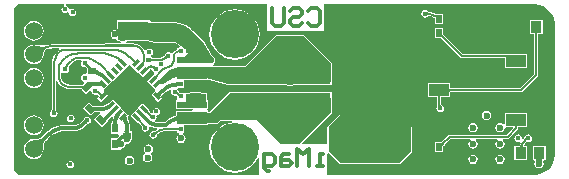
<source format=gbl>
G04*
G04 #@! TF.GenerationSoftware,Altium Limited,Altium Designer,20.1.11 (218)*
G04*
G04 Layer_Physical_Order=4*
G04 Layer_Color=16711680*
%FSLAX25Y25*%
%MOIN*%
G70*
G04*
G04 #@! TF.SameCoordinates,9EE67B27-E454-41D5-82AA-807338E90DDB*
G04*
G04*
G04 #@! TF.FilePolarity,Positive*
G04*
G01*
G75*
%ADD15C,0.00787*%
%ADD16C,0.01200*%
G04:AMPARAMS|DCode=18|XSize=11.81mil|YSize=27.56mil|CornerRadius=0mil|HoleSize=0mil|Usage=FLASHONLY|Rotation=315.000|XOffset=0mil|YOffset=0mil|HoleType=Round|Shape=Rectangle|*
%AMROTATEDRECTD18*
4,1,4,-0.01392,-0.00557,0.00557,0.01392,0.01392,0.00557,-0.00557,-0.01392,-0.01392,-0.00557,0.0*
%
%ADD18ROTATEDRECTD18*%

G04:AMPARAMS|DCode=19|XSize=11.81mil|YSize=27.56mil|CornerRadius=0mil|HoleSize=0mil|Usage=FLASHONLY|Rotation=225.000|XOffset=0mil|YOffset=0mil|HoleType=Round|Shape=Rectangle|*
%AMROTATEDRECTD19*
4,1,4,-0.00557,0.01392,0.01392,-0.00557,0.00557,-0.01392,-0.01392,0.00557,-0.00557,0.01392,0.0*
%
%ADD19ROTATEDRECTD19*%

%ADD25R,0.03661X0.03858*%
%ADD26R,0.03000X0.02300*%
%ADD27R,0.05000X0.06000*%
%ADD28R,0.10039X0.06299*%
%ADD30R,0.02300X0.03000*%
G04:AMPARAMS|DCode=31|XSize=30mil|YSize=23mil|CornerRadius=0mil|HoleSize=0mil|Usage=FLASHONLY|Rotation=315.000|XOffset=0mil|YOffset=0mil|HoleType=Round|Shape=Rectangle|*
%AMROTATEDRECTD31*
4,1,4,-0.01874,0.00248,-0.00248,0.01874,0.01874,-0.00248,0.00248,-0.01874,-0.01874,0.00248,0.0*
%
%ADD31ROTATEDRECTD31*%

%ADD56C,0.00600*%
%ADD57C,0.01500*%
G04:AMPARAMS|DCode=58|XSize=275.59mil|YSize=157.48mil|CornerRadius=0mil|HoleSize=0mil|Usage=FLASHONLY|Rotation=90.000|XOffset=0mil|YOffset=0mil|HoleType=Round|Shape=Octagon|*
%AMOCTAGOND58*
4,1,8,0.03937,0.13780,-0.03937,0.13780,-0.07874,0.09843,-0.07874,-0.09843,-0.03937,-0.13780,0.03937,-0.13780,0.07874,-0.09843,0.07874,0.09843,0.03937,0.13780,0.0*
%
%ADD58OCTAGOND58*%

G04:AMPARAMS|DCode=59|XSize=275.59mil|YSize=157.48mil|CornerRadius=0mil|HoleSize=0mil|Usage=FLASHONLY|Rotation=0.000|XOffset=0mil|YOffset=0mil|HoleType=Round|Shape=Octagon|*
%AMOCTAGOND59*
4,1,8,0.13780,-0.03937,0.13780,0.03937,0.09843,0.07874,-0.09843,0.07874,-0.13780,0.03937,-0.13780,-0.03937,-0.09843,-0.07874,0.09843,-0.07874,0.13780,-0.03937,0.0*
%
%ADD59OCTAGOND59*%

%ADD60C,0.05906*%
%ADD61C,0.16000*%
%ADD62C,0.01772*%
%ADD63C,0.02362*%
%ADD71R,0.06693X0.03937*%
G04:AMPARAMS|DCode=72|XSize=30mil|YSize=23mil|CornerRadius=0mil|HoleSize=0mil|Usage=FLASHONLY|Rotation=45.000|XOffset=0mil|YOffset=0mil|HoleType=Round|Shape=Rectangle|*
%AMROTATEDRECTD72*
4,1,4,-0.00248,-0.01874,-0.01874,-0.00248,0.00248,0.01874,0.01874,0.00248,-0.00248,-0.01874,0.0*
%
%ADD72ROTATEDRECTD72*%

%ADD73R,0.02000X0.02500*%
%ADD74R,0.01772X0.01772*%
%ADD75R,0.10039X0.02189*%
%ADD76R,0.10039X0.04110*%
%ADD77P,0.15033X4X90.0*%
G36*
X-45413Y-93524D02*
X-44072Y-94044D01*
X-42861Y-94820D01*
X-41828Y-95822D01*
X-41016Y-97009D01*
X-40455Y-98333D01*
X-40169Y-99743D01*
Y-100462D01*
X-40173Y-142760D01*
X-40170Y-142772D01*
X-40172Y-142785D01*
X-40151Y-143503D01*
X-40394Y-144921D01*
X-40914Y-146262D01*
X-41690Y-147473D01*
X-42692Y-148506D01*
X-43879Y-149319D01*
X-45203Y-149879D01*
X-46613Y-150165D01*
X-47326D01*
X-47562Y-150162D01*
X-47568Y-150163D01*
X-47574Y-150162D01*
X-116150Y-150162D01*
Y-143142D01*
X-115650Y-142935D01*
X-112018Y-146567D01*
X-91983D01*
X-87871Y-142455D01*
Y-134231D01*
X-91983Y-130119D01*
X-112018D01*
X-116130Y-134231D01*
Y-139459D01*
X-116150Y-139951D01*
X-116630Y-139951D01*
X-124262D01*
X-124453Y-139489D01*
X-114732Y-129768D01*
X-114621Y-129500D01*
Y-124500D01*
X-114650Y-124430D01*
Y-122650D01*
X-116430D01*
X-116500Y-122621D01*
X-148500Y-122621D01*
X-148768Y-122732D01*
X-155157Y-129121D01*
X-155792D01*
Y-128801D01*
X-156018D01*
X-156239Y-128301D01*
X-156238Y-128301D01*
X-155792D01*
Y-127008D01*
X-155762Y-126856D01*
X-155792Y-126704D01*
Y-125412D01*
X-156062D01*
X-156062Y-124088D01*
X-156088Y-124027D01*
Y-122852D01*
X-157696D01*
X-157839Y-122793D01*
X-157878D01*
X-157910Y-122771D01*
X-158628Y-122628D01*
X-158666Y-122636D01*
X-158702Y-122621D01*
X-159068Y-122621D01*
X-159068Y-122621D01*
X-161632D01*
X-161705Y-122651D01*
X-161784Y-122653D01*
X-162238Y-122852D01*
X-163265D01*
X-163765Y-122852D01*
X-164177Y-122852D01*
X-164950D01*
X-164970Y-122840D01*
X-165000Y-122847D01*
X-165029Y-122835D01*
X-165069Y-122852D01*
X-165214D01*
X-165231Y-122842D01*
X-165300Y-122794D01*
X-165463Y-122656D01*
X-165479Y-122638D01*
X-165532Y-122574D01*
X-165637Y-122430D01*
X-165674Y-122369D01*
X-165750Y-122225D01*
X-165777Y-122163D01*
X-165805Y-122086D01*
X-165827Y-122063D01*
X-165836Y-122018D01*
X-166083Y-121648D01*
X-166032Y-121426D01*
X-165921Y-121163D01*
X-165874Y-121165D01*
X-165834Y-121148D01*
X-165764Y-121148D01*
X-165763Y-121148D01*
X-163764D01*
X-163764Y-118676D01*
X-163292Y-118609D01*
X-155792D01*
Y-118609D01*
X-155591Y-118456D01*
X-149369Y-120166D01*
X-149355Y-120181D01*
X-149225Y-120234D01*
X-149087Y-120291D01*
X-130445D01*
X-130137Y-120385D01*
X-128500Y-120546D01*
X-126863Y-120385D01*
X-126555Y-120291D01*
X-120350D01*
Y-120350D01*
X-114650D01*
Y-119232D01*
X-114621Y-119163D01*
Y-112953D01*
X-114732Y-112685D01*
X-123735Y-103682D01*
X-124003Y-103571D01*
X-133108D01*
X-133376Y-103682D01*
X-143660Y-113966D01*
X-154016D01*
X-154078Y-113882D01*
X-153960Y-113202D01*
X-153896Y-113160D01*
X-153558Y-112653D01*
X-153439Y-112056D01*
X-153558Y-111458D01*
X-153896Y-110952D01*
X-154403Y-110613D01*
X-154464Y-110601D01*
X-157216Y-105710D01*
X-157257Y-105677D01*
X-157278Y-105627D01*
X-157278Y-105627D01*
X-157372Y-105533D01*
X-157408Y-105519D01*
X-157429Y-105486D01*
X-157619Y-105359D01*
X-160818Y-102161D01*
X-160818Y-102161D01*
X-161514Y-101465D01*
X-161550Y-101450D01*
X-161571Y-101418D01*
X-163209Y-100323D01*
X-163247Y-100316D01*
X-163275Y-100288D01*
X-165095Y-99534D01*
X-165133D01*
X-165166Y-99513D01*
X-167098Y-99128D01*
X-167136Y-99136D01*
X-167172Y-99121D01*
X-174779D01*
X-174874Y-99058D01*
X-175351Y-98963D01*
Y-98619D01*
X-186090D01*
Y-101214D01*
X-186583Y-101543D01*
X-186797Y-101863D01*
X-186810Y-101860D01*
X-187408Y-101979D01*
X-187914Y-102317D01*
X-188253Y-102824D01*
X-188372Y-103421D01*
X-188253Y-104019D01*
X-187914Y-104525D01*
X-187408Y-104863D01*
X-186810Y-104982D01*
X-186590Y-104938D01*
X-186090Y-105337D01*
Y-105619D01*
X-185185D01*
X-184960Y-105837D01*
X-185163Y-106337D01*
X-189969D01*
X-190223Y-106388D01*
X-190438Y-106531D01*
X-190451Y-106518D01*
X-190624Y-106590D01*
X-191116Y-106608D01*
X-191946D01*
X-191956Y-106598D01*
X-191963Y-106597D01*
X-191972Y-106598D01*
X-192250Y-106604D01*
X-192274Y-106608D01*
X-192455Y-106608D01*
X-192549D01*
X-192746Y-106604D01*
X-192750Y-106604D01*
X-193028Y-106598D01*
X-193037Y-106597D01*
X-193044Y-106598D01*
X-193541Y-106608D01*
X-207301D01*
Y-106572D01*
X-209286Y-106768D01*
X-210189Y-107042D01*
X-210248Y-107031D01*
X-210372Y-107058D01*
X-210524Y-107073D01*
X-210714Y-107078D01*
X-212937Y-106843D01*
X-213450Y-106760D01*
X-213451Y-106760D01*
X-213452Y-106760D01*
X-213524Y-106777D01*
X-214000Y-106715D01*
X-214862Y-106828D01*
X-215666Y-107161D01*
X-216355Y-107690D01*
X-216885Y-108380D01*
X-217218Y-109184D01*
X-217331Y-110046D01*
X-217218Y-110908D01*
X-216885Y-111712D01*
X-216355Y-112401D01*
X-215666Y-112931D01*
X-214862Y-113264D01*
X-214000Y-113377D01*
X-213138Y-113264D01*
X-212334Y-112931D01*
X-211645Y-112401D01*
X-211115Y-111712D01*
X-210782Y-110908D01*
X-210741Y-110597D01*
X-210705Y-110540D01*
X-210633Y-110110D01*
X-210551Y-109731D01*
X-210460Y-109396D01*
X-210359Y-109106D01*
X-210251Y-108861D01*
X-210139Y-108663D01*
X-210024Y-108510D01*
X-209912Y-108401D01*
X-209824Y-108342D01*
X-209021Y-108098D01*
X-207319Y-107930D01*
X-207301Y-107934D01*
X-205605D01*
X-205435Y-108434D01*
X-205981Y-108853D01*
X-205983Y-108852D01*
X-206833Y-109887D01*
X-207464Y-111068D01*
X-207853Y-112350D01*
X-207984Y-113683D01*
X-207964D01*
Y-128242D01*
X-207980Y-128276D01*
X-207982Y-128344D01*
X-207988Y-128394D01*
X-207998Y-128441D01*
X-208011Y-128487D01*
X-208029Y-128531D01*
X-208050Y-128576D01*
X-208076Y-128619D01*
X-208107Y-128663D01*
X-208144Y-128708D01*
X-208195Y-128762D01*
X-208203Y-128781D01*
X-208465Y-129174D01*
X-208561Y-129656D01*
X-208465Y-130138D01*
X-208192Y-130547D01*
X-207783Y-130820D01*
X-207301Y-130916D01*
X-206819Y-130820D01*
X-206410Y-130547D01*
X-206137Y-130138D01*
X-206041Y-129656D01*
X-206137Y-129174D01*
X-206400Y-128781D01*
X-206407Y-128762D01*
X-206458Y-128708D01*
X-206495Y-128663D01*
X-206526Y-128619D01*
X-206552Y-128575D01*
X-206574Y-128531D01*
X-206591Y-128487D01*
X-206604Y-128441D01*
X-206614Y-128394D01*
X-206620Y-128344D01*
X-206623Y-128276D01*
X-206639Y-128242D01*
Y-118871D01*
X-206169Y-118761D01*
X-205875Y-119470D01*
X-205408Y-120078D01*
X-205423Y-120094D01*
X-204295Y-120959D01*
X-202981Y-121504D01*
X-201571Y-121689D01*
Y-121657D01*
X-198741D01*
X-198711Y-121671D01*
X-198256Y-121686D01*
X-198090Y-121703D01*
X-197997Y-121719D01*
X-197811Y-121904D01*
X-197810Y-121906D01*
X-197806Y-121909D01*
X-196448Y-123268D01*
X-195231Y-122051D01*
X-194886Y-122195D01*
X-194753Y-122281D01*
X-194664Y-122730D01*
X-194391Y-123138D01*
X-193982Y-123411D01*
X-193500Y-123507D01*
X-193183Y-123444D01*
X-193114Y-123452D01*
X-193031Y-123427D01*
X-192966Y-123412D01*
X-192908Y-123404D01*
X-192856Y-123400D01*
X-192812Y-123401D01*
X-192774Y-123406D01*
X-192763Y-123409D01*
X-192541Y-123558D01*
X-192306Y-124021D01*
X-192930Y-124645D01*
X-191600Y-125975D01*
X-189156Y-123531D01*
X-190417Y-122271D01*
X-190456Y-122000D01*
X-190416Y-121730D01*
X-189156Y-120469D01*
Y-120469D01*
X-189094Y-120408D01*
X-188055Y-119369D01*
X-187702Y-119016D01*
X-187702D01*
X-187702Y-119016D01*
X-186663Y-117977D01*
X-186372Y-117686D01*
X-186021Y-117333D01*
X-185272Y-116585D01*
X-184918Y-116232D01*
X-183880Y-115194D01*
X-183588Y-114902D01*
X-183234Y-114548D01*
X-182266Y-113579D01*
X-181996Y-113539D01*
X-181725Y-113579D01*
X-180756Y-114548D01*
X-180402Y-114902D01*
X-180402Y-114902D01*
X-179072Y-116232D01*
X-179072D01*
X-179011Y-116293D01*
X-177681Y-117623D01*
X-175237Y-115180D01*
Y-115180D01*
X-175144Y-115062D01*
X-174691Y-115114D01*
X-174588Y-115165D01*
X-174579Y-115193D01*
X-174542Y-115380D01*
X-174269Y-115788D01*
X-173860Y-116062D01*
X-173757Y-116592D01*
X-173783Y-116633D01*
X-174051Y-116877D01*
X-174055Y-116886D01*
X-174080Y-116909D01*
X-174088Y-116938D01*
X-176227Y-119077D01*
X-174897Y-120407D01*
X-174897D01*
X-174835Y-120469D01*
X-173574Y-121730D01*
X-173534Y-122001D01*
X-173574Y-122271D01*
X-174835Y-123531D01*
X-173713Y-124653D01*
X-173633Y-124773D01*
X-173513Y-124853D01*
X-172391Y-125975D01*
X-171061Y-124645D01*
X-171403Y-124303D01*
X-171405Y-124298D01*
X-171448Y-124244D01*
X-171455Y-124230D01*
X-171458Y-124214D01*
X-171457Y-124181D01*
X-171442Y-124124D01*
X-171407Y-124041D01*
X-171347Y-123936D01*
X-171258Y-123813D01*
X-171142Y-123674D01*
X-170992Y-123516D01*
X-170983Y-123492D01*
X-170755Y-123265D01*
X-170740Y-123242D01*
X-169988Y-122626D01*
X-169977Y-122617D01*
X-169973Y-122615D01*
X-169674Y-122389D01*
X-169263Y-122106D01*
X-168580Y-121740D01*
X-168344Y-121898D01*
X-168179Y-122093D01*
X-168260Y-122500D01*
X-168164Y-122982D01*
X-167891Y-123391D01*
X-167482Y-123664D01*
X-167000Y-123760D01*
X-166661Y-123693D01*
X-166425Y-123846D01*
X-166379Y-123888D01*
X-166299Y-123996D01*
X-166246Y-124110D01*
X-166248Y-124118D01*
X-166236Y-124138D01*
Y-125034D01*
X-166532Y-125412D01*
X-166532Y-125701D01*
Y-128301D01*
X-160988D01*
X-160987Y-128301D01*
X-161228Y-128801D01*
X-166532D01*
Y-130061D01*
X-166535Y-130067D01*
X-166543Y-130149D01*
X-166556Y-130195D01*
X-166583Y-130246D01*
X-166628Y-130306D01*
X-166697Y-130373D01*
X-166791Y-130446D01*
X-166912Y-130522D01*
X-167061Y-130599D01*
X-167236Y-130675D01*
X-167419Y-130743D01*
X-167486Y-130763D01*
X-168715Y-131420D01*
X-169792Y-132304D01*
Y-132304D01*
X-169793Y-132316D01*
X-170209Y-132594D01*
X-170709Y-132693D01*
Y-132699D01*
X-172359D01*
X-172373Y-132702D01*
X-173400Y-132567D01*
X-173453Y-132480D01*
X-173469Y-132011D01*
X-173370Y-131945D01*
X-173096Y-131536D01*
X-173001Y-131054D01*
X-173062Y-130744D01*
X-173080Y-130555D01*
X-172738Y-130208D01*
X-172624Y-130186D01*
X-172215Y-129912D01*
X-171942Y-129504D01*
X-171846Y-129022D01*
X-171942Y-128539D01*
X-172215Y-128130D01*
X-172624Y-127857D01*
X-173106Y-127761D01*
X-173588Y-127857D01*
X-173997Y-128130D01*
X-174270Y-128539D01*
X-174366Y-129022D01*
X-174352Y-129092D01*
X-174711Y-129537D01*
X-174896Y-129554D01*
X-175233Y-129217D01*
X-175247Y-129180D01*
X-175318Y-129105D01*
X-175369Y-129046D01*
X-175404Y-128998D01*
X-175408Y-128991D01*
X-175237Y-128820D01*
X-175481Y-128552D01*
X-175490Y-128549D01*
X-175513Y-128524D01*
X-175541Y-128516D01*
X-177681Y-126377D01*
X-178719Y-127415D01*
X-179073Y-127769D01*
X-179073Y-127769D01*
X-180111Y-128807D01*
X-180403Y-129099D01*
X-180756Y-129453D01*
X-181512Y-130208D01*
X-181601Y-130295D01*
X-181696Y-130349D01*
X-181931Y-130452D01*
X-181994Y-130461D01*
X-182060Y-130452D01*
X-182293Y-130350D01*
X-182389Y-130295D01*
X-182478Y-130209D01*
X-183526Y-129161D01*
X-183526Y-129161D01*
X-183880Y-128808D01*
X-184919Y-127769D01*
X-184980Y-127707D01*
X-186019Y-126669D01*
X-186310Y-126377D01*
X-187703Y-124985D01*
X-188339Y-125622D01*
X-188342Y-125622D01*
X-188354Y-125637D01*
X-188824Y-126107D01*
X-188944Y-126187D01*
Y-126187D01*
X-188944Y-126188D01*
X-189514Y-126625D01*
X-190346Y-127019D01*
X-190730Y-127171D01*
X-191590Y-127284D01*
X-191592Y-127284D01*
X-193008D01*
X-193031Y-127274D01*
X-193345Y-127268D01*
X-193617Y-127251D01*
X-193853Y-127224D01*
X-194053Y-127188D01*
X-194214Y-127144D01*
X-194248Y-127131D01*
X-195495Y-125883D01*
X-197617Y-128005D01*
X-195000Y-130621D01*
X-194086Y-129707D01*
X-194074Y-129702D01*
X-194071Y-129692D01*
X-193703Y-129324D01*
X-193679Y-129318D01*
X-193471Y-129282D01*
X-192891Y-129237D01*
X-192537Y-129231D01*
X-192514Y-129221D01*
X-191964D01*
X-191837Y-129721D01*
X-193869Y-131753D01*
X-191253Y-134369D01*
X-189131Y-132247D01*
X-189278Y-132056D01*
X-189283Y-132051D01*
X-189283Y-132050D01*
X-187896Y-130663D01*
X-187456Y-130930D01*
X-187501Y-131075D01*
X-187580Y-131281D01*
X-187580Y-131302D01*
X-187679Y-131541D01*
X-187840Y-132765D01*
X-188376D01*
Y-136465D01*
X-185767D01*
X-185440Y-136965D01*
X-185487Y-137149D01*
X-185543Y-137194D01*
X-185900Y-137538D01*
X-186142Y-137764D01*
X-186344Y-137928D01*
X-186520Y-138053D01*
X-186541Y-138065D01*
X-187062D01*
X-187072Y-138060D01*
X-187084Y-138065D01*
X-188376D01*
Y-141765D01*
X-185376D01*
Y-141765D01*
X-184990Y-141448D01*
X-184849Y-141476D01*
X-184252Y-141357D01*
X-183745Y-141019D01*
X-183407Y-140513D01*
X-183288Y-139915D01*
X-183062Y-139892D01*
X-183000Y-139904D01*
X-182403Y-139785D01*
X-181896Y-139447D01*
X-181558Y-138940D01*
X-181494Y-138622D01*
X-181150D01*
Y-135622D01*
X-181733D01*
X-181760Y-135607D01*
X-181830Y-135600D01*
X-181845Y-135594D01*
X-181859Y-135585D01*
X-181880Y-135562D01*
X-181911Y-135512D01*
X-181944Y-135431D01*
X-181975Y-135316D01*
X-182000Y-135168D01*
X-182016Y-134990D01*
X-182021Y-134774D01*
X-182031Y-134751D01*
Y-133663D01*
X-182010D01*
X-182170Y-132450D01*
X-182346Y-132023D01*
X-182350Y-131942D01*
X-182446Y-131739D01*
X-182519Y-131562D01*
X-182572Y-131403D01*
X-182606Y-131264D01*
X-182623Y-131147D01*
X-182625Y-131052D01*
X-182617Y-130981D01*
X-182601Y-130929D01*
X-182581Y-130892D01*
X-182532Y-130831D01*
X-182530Y-130825D01*
X-182478Y-130774D01*
X-182389Y-130687D01*
X-182295Y-130633D01*
X-182060Y-130530D01*
X-181996Y-130521D01*
X-181931Y-130530D01*
X-181698Y-130632D01*
X-181601Y-130687D01*
X-181512Y-130773D01*
X-179704Y-132581D01*
X-179656Y-132630D01*
X-179647Y-132658D01*
X-179622Y-132682D01*
X-179619Y-132690D01*
X-179351Y-132934D01*
X-178811Y-133081D01*
X-178133Y-133759D01*
X-178132Y-133767D01*
X-178105Y-133787D01*
X-178099Y-133793D01*
X-178086Y-133828D01*
X-178041Y-133878D01*
X-178013Y-133914D01*
X-177992Y-133948D01*
X-177977Y-133980D01*
X-177966Y-134011D01*
X-177959Y-134042D01*
X-177955Y-134076D01*
X-177955Y-134113D01*
X-177959Y-134154D01*
X-177971Y-134218D01*
X-177957Y-134289D01*
X-177999Y-134500D01*
X-177903Y-134982D01*
X-177630Y-135391D01*
X-177221Y-135664D01*
X-176739Y-135760D01*
X-176257Y-135664D01*
X-175848Y-135391D01*
X-175575Y-134982D01*
X-175479Y-134500D01*
X-175515Y-134318D01*
X-175071Y-133989D01*
X-174716Y-134179D01*
X-173560Y-134529D01*
X-172862Y-134598D01*
X-172760Y-135110D01*
X-173482Y-135496D01*
X-173528Y-135534D01*
X-173543Y-135544D01*
X-173595Y-135572D01*
X-173647Y-135595D01*
X-173699Y-135615D01*
X-173752Y-135631D01*
X-173806Y-135643D01*
X-173862Y-135651D01*
X-173919Y-135656D01*
X-173979Y-135657D01*
X-174053Y-135654D01*
X-174085Y-135666D01*
X-174135Y-135656D01*
X-174618Y-135752D01*
X-175027Y-136025D01*
X-175300Y-136434D01*
X-175396Y-136916D01*
X-175300Y-137398D01*
X-175027Y-137807D01*
X-174618Y-138080D01*
X-174135Y-138176D01*
X-173653Y-138080D01*
X-173245Y-137807D01*
X-172971Y-137398D01*
X-172903Y-137055D01*
X-172874Y-136999D01*
X-172867Y-136925D01*
X-172858Y-136871D01*
X-172845Y-136824D01*
X-172830Y-136782D01*
X-172812Y-136745D01*
X-172792Y-136712D01*
X-172769Y-136681D01*
X-172741Y-136652D01*
X-172710Y-136625D01*
X-172658Y-136588D01*
X-172657Y-136586D01*
X-171663Y-136054D01*
X-170507Y-135704D01*
X-169305Y-135585D01*
Y-135578D01*
X-166520D01*
X-166484Y-135594D01*
X-166379Y-135597D01*
X-166300Y-135603D01*
X-166241Y-135613D01*
X-166236Y-135614D01*
Y-136150D01*
X-165641D01*
X-165572Y-136351D01*
X-165558Y-136650D01*
X-165992Y-136941D01*
X-166331Y-137447D01*
X-166449Y-138045D01*
X-166331Y-138642D01*
X-165992Y-139148D01*
X-165486Y-139487D01*
X-164888Y-139606D01*
X-164291Y-139487D01*
X-163784Y-139148D01*
X-163446Y-138642D01*
X-163327Y-138045D01*
X-163446Y-137447D01*
X-163784Y-136941D01*
X-164219Y-136650D01*
X-164204Y-136351D01*
X-164136Y-136150D01*
X-163764D01*
Y-133679D01*
X-163292Y-133612D01*
X-155792D01*
Y-133379D01*
X-153000D01*
X-152732Y-133268D01*
X-151685Y-132221D01*
X-147716D01*
X-147691Y-132721D01*
X-148637Y-132814D01*
X-150211Y-133291D01*
X-151662Y-134067D01*
X-152933Y-135110D01*
X-153976Y-136382D01*
X-154752Y-137832D01*
X-155229Y-139406D01*
X-155390Y-141043D01*
X-155229Y-142680D01*
X-154752Y-144254D01*
X-153976Y-145705D01*
X-152933Y-146976D01*
X-151662Y-148020D01*
X-150211Y-148795D01*
X-148637Y-149272D01*
X-147000Y-149434D01*
X-145363Y-149272D01*
X-143789Y-148795D01*
X-142339Y-148020D01*
X-141067Y-146976D01*
X-140024Y-145705D01*
X-139344Y-144432D01*
X-138844Y-144558D01*
Y-150162D01*
X-219203Y-150162D01*
X-220697Y-148668D01*
Y-94870D01*
X-219130Y-93303D01*
X-203835Y-93303D01*
X-203786Y-93803D01*
X-203953Y-93836D01*
X-204361Y-94109D01*
X-204635Y-94518D01*
X-204731Y-95000D01*
X-204635Y-95482D01*
X-204361Y-95891D01*
X-203953Y-96164D01*
X-203470Y-96260D01*
X-202988Y-96164D01*
X-202732Y-95993D01*
X-202724Y-95993D01*
X-202252Y-96177D01*
X-202219Y-96206D01*
X-202164Y-96482D01*
X-201891Y-96891D01*
X-201482Y-97164D01*
X-201000Y-97260D01*
X-200518Y-97164D01*
X-200109Y-96891D01*
X-199836Y-96482D01*
X-199740Y-96000D01*
X-199836Y-95518D01*
X-200109Y-95109D01*
X-200518Y-94836D01*
X-201000Y-94740D01*
X-201482Y-94836D01*
X-201738Y-95007D01*
X-201747Y-95007D01*
X-202218Y-94823D01*
X-202251Y-94794D01*
X-202306Y-94518D01*
X-202579Y-94109D01*
X-202988Y-93836D01*
X-203155Y-93803D01*
X-203105Y-93303D01*
X-136245Y-93303D01*
Y-102213D01*
X-117150D01*
Y-93303D01*
X-47578Y-93303D01*
X-47577Y-93303D01*
X-47258Y-93303D01*
X-47203Y-93292D01*
X-46831Y-93281D01*
X-45413Y-93524D01*
D02*
G37*
G36*
X-174867Y-106023D02*
X-174828D01*
X-174796Y-106045D01*
X-173452Y-106312D01*
X-173414Y-106305D01*
X-173378Y-106319D01*
X-167117D01*
X-166945Y-106328D01*
X-166599Y-106397D01*
X-166281Y-106528D01*
X-165987Y-106725D01*
X-165860Y-106840D01*
X-165351Y-107349D01*
X-165478Y-107808D01*
X-165504Y-107849D01*
X-166236D01*
Y-108446D01*
X-166239Y-108451D01*
X-166240Y-108458D01*
X-166255Y-108473D01*
X-166287Y-108497D01*
X-166335Y-108526D01*
X-166398Y-108559D01*
X-166477Y-108593D01*
X-166579Y-108630D01*
X-166638Y-108685D01*
X-166867Y-108780D01*
X-167435Y-109216D01*
X-167441Y-109210D01*
X-167656Y-109531D01*
X-168184Y-109606D01*
X-168246Y-109582D01*
X-168614Y-109336D01*
X-169096Y-109240D01*
X-169579Y-109336D01*
X-169987Y-109609D01*
X-170261Y-110018D01*
X-170320Y-110315D01*
X-170355Y-110377D01*
X-170364Y-110450D01*
X-170375Y-110502D01*
X-170389Y-110546D01*
X-170404Y-110583D01*
X-170422Y-110616D01*
X-170442Y-110643D01*
X-170464Y-110669D01*
X-170490Y-110692D01*
X-170516Y-110711D01*
X-171339Y-111051D01*
X-172361Y-111186D01*
Y-111190D01*
X-174323D01*
X-174357Y-111174D01*
X-174425Y-111171D01*
X-174475Y-111165D01*
X-174523Y-111155D01*
X-174568Y-111142D01*
X-174613Y-111125D01*
X-174657Y-111103D01*
X-174701Y-111077D01*
X-174745Y-111046D01*
X-174789Y-111010D01*
X-174843Y-110958D01*
X-174862Y-110951D01*
X-174876Y-110941D01*
X-174899Y-110855D01*
X-174842Y-110363D01*
X-174592Y-110196D01*
X-174319Y-109787D01*
X-174223Y-109304D01*
X-174319Y-108822D01*
X-174592Y-108414D01*
X-175000Y-108140D01*
X-175483Y-108045D01*
X-175965Y-108140D01*
X-176374Y-108414D01*
X-176556Y-108687D01*
X-177033Y-108696D01*
X-177103Y-108674D01*
X-177247Y-108326D01*
X-177287Y-108229D01*
X-177528Y-107914D01*
X-177574Y-107799D01*
X-178629Y-106989D01*
X-179859Y-106480D01*
X-181178Y-106306D01*
Y-106337D01*
X-183014D01*
X-183216Y-105837D01*
X-182991Y-105619D01*
X-175844D01*
X-174867Y-106023D01*
D02*
G37*
G36*
X-165862Y-109753D02*
X-165868Y-109699D01*
X-165885Y-109654D01*
X-165913Y-109620D01*
X-165953Y-109595D01*
X-166003Y-109580D01*
X-166066Y-109575D01*
X-166139Y-109579D01*
X-166224Y-109593D01*
X-166320Y-109617D01*
X-166427Y-109651D01*
X-166448Y-108986D01*
X-166337Y-108945D01*
X-166237Y-108902D01*
X-166149Y-108857D01*
X-166073Y-108810D01*
X-166009Y-108762D01*
X-165956Y-108711D01*
X-165915Y-108658D01*
X-165885Y-108604D01*
X-165868Y-108547D01*
X-165862Y-108489D01*
Y-109753D01*
D02*
G37*
G36*
X-212987Y-107219D02*
X-210729Y-107457D01*
X-210500Y-107451D01*
X-210313Y-107432D01*
X-210168Y-107401D01*
X-209800Y-107918D01*
X-209982Y-107992D01*
X-210152Y-108106D01*
X-210310Y-108260D01*
X-210456Y-108455D01*
X-210590Y-108691D01*
X-210712Y-108967D01*
X-210822Y-109284D01*
X-210919Y-109641D01*
X-211005Y-110039D01*
X-211079Y-110477D01*
X-213511Y-107134D01*
X-212987Y-107219D01*
D02*
G37*
G36*
X-169190Y-111381D02*
X-169274Y-111374D01*
X-169358Y-111373D01*
X-169440Y-111377D01*
X-169522Y-111386D01*
X-169603Y-111399D01*
X-169683Y-111418D01*
X-169762Y-111442D01*
X-169840Y-111472D01*
X-169918Y-111506D01*
X-169994Y-111545D01*
X-170386Y-111074D01*
X-170316Y-111033D01*
X-170252Y-110987D01*
X-170195Y-110936D01*
X-170144Y-110879D01*
X-170100Y-110817D01*
X-170063Y-110749D01*
X-170032Y-110676D01*
X-170008Y-110597D01*
X-169990Y-110513D01*
X-169979Y-110424D01*
X-169190Y-111381D01*
D02*
G37*
G36*
X-185299Y-111343D02*
X-185087Y-111484D01*
X-184995Y-111536D01*
X-184912Y-111575D01*
X-184839Y-111601D01*
X-184775Y-111614D01*
X-184721Y-111615D01*
X-184676Y-111603D01*
X-184640Y-111578D01*
X-185458Y-112397D01*
X-185446Y-112373D01*
X-185448Y-112342D01*
X-185464Y-112303D01*
X-185495Y-112257D01*
X-185540Y-112203D01*
X-185600Y-112141D01*
X-185763Y-111995D01*
X-185983Y-111818D01*
X-185419Y-111253D01*
X-185299Y-111343D01*
D02*
G37*
G36*
X-175041Y-111293D02*
X-174975Y-111347D01*
X-174907Y-111396D01*
X-174837Y-111437D01*
X-174765Y-111472D01*
X-174690Y-111501D01*
X-174614Y-111523D01*
X-174535Y-111539D01*
X-174455Y-111549D01*
X-174372Y-111552D01*
Y-112152D01*
X-174455Y-112155D01*
X-174535Y-112165D01*
X-174614Y-112181D01*
X-174690Y-112204D01*
X-174765Y-112232D01*
X-174837Y-112267D01*
X-174907Y-112309D01*
X-174975Y-112357D01*
X-175041Y-112412D01*
X-175104Y-112472D01*
Y-111232D01*
X-175041Y-111293D01*
D02*
G37*
G36*
X-198114Y-111876D02*
X-197975Y-112223D01*
X-197973Y-112279D01*
X-198164Y-112566D01*
X-198260Y-113048D01*
X-198164Y-113530D01*
X-197891Y-113939D01*
X-197482Y-114212D01*
X-197019Y-114304D01*
X-197000Y-114312D01*
X-196926Y-114314D01*
X-196868Y-114320D01*
X-196815Y-114329D01*
X-196766Y-114341D01*
X-196719Y-114357D01*
X-196676Y-114376D01*
X-196634Y-114399D01*
X-196593Y-114426D01*
X-196554Y-114457D01*
X-196527Y-114482D01*
X-196428Y-114584D01*
X-196353Y-114669D01*
X-196356Y-114688D01*
X-196350Y-114696D01*
Y-116312D01*
X-196850Y-116690D01*
X-197000Y-116660D01*
X-197482Y-116756D01*
X-197891Y-117029D01*
X-198164Y-117438D01*
X-198260Y-117920D01*
X-198164Y-118402D01*
X-197891Y-118811D01*
X-197482Y-119084D01*
X-197258Y-119129D01*
X-197091Y-119669D01*
X-197459Y-120036D01*
X-197490Y-120048D01*
X-197584Y-120074D01*
X-197699Y-120095D01*
X-198019Y-120123D01*
X-198210Y-120126D01*
X-198243Y-120141D01*
X-198259D01*
X-198287Y-120136D01*
X-198294Y-120141D01*
X-201571D01*
Y-120139D01*
X-202579Y-120006D01*
X-203519Y-119616D01*
X-204322Y-119001D01*
X-204322Y-118992D01*
X-204322Y-118992D01*
X-204322Y-118992D01*
X-204626Y-118537D01*
X-204733Y-118000D01*
X-204742D01*
Y-116197D01*
X-204650Y-116124D01*
X-204242Y-115975D01*
X-203953Y-116168D01*
X-203470Y-116264D01*
X-202988Y-116168D01*
X-202579Y-115895D01*
X-202306Y-115487D01*
X-202210Y-115004D01*
X-202306Y-114522D01*
X-202348Y-114459D01*
X-202351Y-114417D01*
X-202383Y-114350D01*
X-202400Y-114305D01*
X-202411Y-114266D01*
X-202415Y-114234D01*
X-202416Y-114207D01*
X-202414Y-114184D01*
X-202413Y-114180D01*
X-202205Y-113869D01*
X-202194Y-113862D01*
X-201031Y-112699D01*
X-201024Y-112706D01*
X-200374Y-112207D01*
X-199617Y-111894D01*
X-198804Y-111787D01*
Y-111776D01*
X-198193D01*
X-198114Y-111876D01*
D02*
G37*
G36*
X-165240Y-99884D02*
X-163420Y-100638D01*
X-161782Y-101733D01*
X-161085Y-102429D01*
X-161085Y-102429D01*
X-157861Y-105654D01*
X-157861Y-105654D01*
X-157640Y-105801D01*
X-157546Y-105895D01*
X-157546D01*
X-154674Y-111000D01*
X-154561Y-111228D01*
X-154445Y-111722D01*
Y-112230D01*
X-154561Y-112725D01*
X-154674Y-112953D01*
X-154674D01*
X-154674Y-112953D01*
Y-112953D01*
X-156441D01*
X-164000Y-111000D01*
X-162692Y-109692D01*
X-162636Y-109630D01*
X-162542Y-109490D01*
X-162478Y-109335D01*
X-162445Y-109170D01*
X-162441Y-109086D01*
X-162441Y-109086D01*
X-162441Y-108814D01*
X-162402Y-108616D01*
X-163541Y-108144D01*
X-164985Y-107180D01*
X-165598Y-106566D01*
X-165598Y-106566D01*
X-165754Y-106425D01*
X-166102Y-106193D01*
X-166488Y-106033D01*
X-166899Y-105951D01*
X-167108Y-105941D01*
X-173378D01*
X-174722Y-105673D01*
X-175989Y-105149D01*
X-177128Y-104387D01*
X-177613Y-103903D01*
X-178515Y-103000D01*
X-184000Y-99500D01*
X-167172D01*
X-165240Y-99884D01*
D02*
G37*
G36*
X-177214Y-112932D02*
X-177252Y-113043D01*
X-177280Y-113148D01*
X-177300Y-113245D01*
X-177312Y-113335D01*
X-177314Y-113418D01*
X-177308Y-113495D01*
X-177294Y-113564D01*
X-177271Y-113627D01*
X-177239Y-113682D01*
X-177198Y-113730D01*
X-177959Y-112970D01*
X-177948Y-112973D01*
X-177935Y-112963D01*
X-177919Y-112943D01*
X-177899Y-112910D01*
X-177876Y-112865D01*
X-177822Y-112740D01*
X-177716Y-112465D01*
X-177214Y-112932D01*
D02*
G37*
G36*
X-180445Y-111987D02*
X-180365Y-112054D01*
X-180289Y-112109D01*
X-180218Y-112150D01*
X-180151Y-112179D01*
X-180089Y-112194D01*
X-180031Y-112197D01*
X-179978Y-112187D01*
X-179929Y-112164D01*
X-179884Y-112128D01*
X-180733Y-112976D01*
X-180696Y-112932D01*
X-180674Y-112883D01*
X-180663Y-112829D01*
X-180666Y-112771D01*
X-180682Y-112709D01*
X-180710Y-112642D01*
X-180752Y-112571D01*
X-180806Y-112496D01*
X-180873Y-112416D01*
X-180953Y-112331D01*
X-180529Y-111907D01*
X-180445Y-111987D01*
D02*
G37*
G36*
X-202661Y-113843D02*
X-202707Y-113910D01*
X-202743Y-113977D01*
X-202770Y-114047D01*
X-202788Y-114118D01*
X-202795Y-114191D01*
X-202794Y-114266D01*
X-202782Y-114343D01*
X-202762Y-114421D01*
X-202731Y-114501D01*
X-202691Y-114583D01*
X-203876Y-114217D01*
X-203805Y-114178D01*
X-203737Y-114135D01*
X-203671Y-114089D01*
X-203606Y-114038D01*
X-203544Y-113984D01*
X-203426Y-113864D01*
X-203370Y-113799D01*
X-203265Y-113656D01*
X-202661Y-113843D01*
D02*
G37*
G36*
X-196112Y-113145D02*
X-196104Y-113230D01*
X-196090Y-113312D01*
X-196070Y-113391D01*
X-196044Y-113467D01*
X-196011Y-113540D01*
X-195973Y-113610D01*
X-195929Y-113676D01*
X-195879Y-113740D01*
X-195823Y-113801D01*
X-196196Y-114174D01*
X-195449D01*
X-195363Y-114256D01*
X-195277Y-114330D01*
X-195191Y-114395D01*
X-195106Y-114452D01*
X-195021Y-114500D01*
X-194936Y-114539D01*
X-194852Y-114570D01*
X-194768Y-114592D01*
X-194684Y-114605D01*
X-194601Y-114610D01*
X-195988Y-114598D01*
X-195970Y-114594D01*
X-195964Y-114582D01*
X-195968Y-114560D01*
X-195983Y-114531D01*
X-196008Y-114492D01*
X-196045Y-114446D01*
X-196150Y-114327D01*
X-196262Y-114211D01*
X-196308Y-114169D01*
X-196371Y-114119D01*
X-196438Y-114075D01*
X-196508Y-114036D01*
X-196581Y-114004D01*
X-196657Y-113978D01*
X-196736Y-113958D01*
X-196818Y-113944D01*
X-196903Y-113936D01*
X-196991Y-113934D01*
X-196114Y-113057D01*
X-196112Y-113145D01*
D02*
G37*
G36*
X-115000Y-112953D02*
Y-119163D01*
X-115750Y-119913D01*
X-149087D01*
X-149172Y-119828D01*
X-165974Y-115207D01*
X-165000Y-117438D01*
X-166144Y-117438D01*
X-166144Y-117438D01*
X-166312Y-117446D01*
X-166643Y-117505D01*
X-166959Y-117620D01*
X-167250Y-117789D01*
X-167383Y-117892D01*
X-170992Y-119913D01*
X-170992D01*
X-171130Y-119981D01*
X-171426Y-120061D01*
X-171732Y-120084D01*
X-172036Y-120047D01*
X-172182Y-120000D01*
X-172266Y-120055D01*
X-172452Y-120130D01*
X-172649Y-120168D01*
X-172849Y-120166D01*
X-172948Y-120146D01*
Y-119913D01*
X-172948Y-119764D01*
X-172889Y-119471D01*
X-172775Y-119196D01*
X-172610Y-118948D01*
X-172504Y-118843D01*
X-169887Y-116226D01*
X-169887Y-116226D01*
X-169524Y-115862D01*
X-168669Y-115291D01*
X-167719Y-114898D01*
X-166711Y-114697D01*
X-166197Y-114697D01*
X-165845Y-114345D01*
X-143503D01*
X-133108Y-103950D01*
X-124003D01*
X-115000Y-112953D01*
D02*
G37*
G36*
X-173932Y-113981D02*
X-173902Y-113990D01*
X-173865Y-113998D01*
X-173821Y-114004D01*
X-173711Y-114012D01*
X-173573Y-114015D01*
X-173407Y-114012D01*
X-174264Y-114909D01*
X-174266Y-114825D01*
X-174277Y-114682D01*
X-174286Y-114622D01*
X-174298Y-114570D01*
X-174312Y-114525D01*
X-174328Y-114489D01*
X-174346Y-114460D01*
X-174367Y-114439D01*
X-174390Y-114426D01*
X-173956Y-113970D01*
X-173932Y-113981D01*
D02*
G37*
G36*
X-189354Y-115605D02*
X-189276Y-115671D01*
X-189202Y-115725D01*
X-189134Y-115767D01*
X-189069Y-115795D01*
X-189009Y-115812D01*
X-188954Y-115816D01*
X-188903Y-115808D01*
X-188857Y-115787D01*
X-188815Y-115754D01*
X-189634Y-116572D01*
X-189600Y-116530D01*
X-189580Y-116484D01*
X-189571Y-116433D01*
X-189575Y-116378D01*
X-189592Y-116318D01*
X-189621Y-116254D01*
X-189662Y-116185D01*
X-189716Y-116111D01*
X-189782Y-116033D01*
X-189861Y-115951D01*
X-189437Y-115526D01*
X-189354Y-115605D01*
D02*
G37*
G36*
X-193012Y-114774D02*
X-192978Y-114895D01*
X-192921Y-115014D01*
X-192842Y-115130D01*
X-192741Y-115244D01*
X-192617Y-115356D01*
X-192471Y-115465D01*
X-192303Y-115572D01*
X-192112Y-115677D01*
X-191899Y-115779D01*
X-191953Y-117152D01*
X-192074Y-117100D01*
X-192418Y-116974D01*
X-192526Y-116944D01*
X-192731Y-116900D01*
X-192828Y-116886D01*
X-192922Y-116877D01*
X-193012Y-116874D01*
X-193024Y-114651D01*
X-193012Y-114774D01*
D02*
G37*
G36*
X-172738Y-117342D02*
X-172816Y-117425D01*
X-172882Y-117503D01*
X-172936Y-117576D01*
X-172978Y-117645D01*
X-173007Y-117710D01*
X-173023Y-117770D01*
X-173027Y-117825D01*
X-173019Y-117876D01*
X-172998Y-117922D01*
X-172965Y-117964D01*
X-173783Y-117145D01*
X-173741Y-117179D01*
X-173695Y-117199D01*
X-173644Y-117208D01*
X-173589Y-117203D01*
X-173529Y-117187D01*
X-173465Y-117158D01*
X-173396Y-117117D01*
X-173322Y-117063D01*
X-173245Y-116997D01*
X-173162Y-116918D01*
X-172738Y-117342D01*
D02*
G37*
G36*
X-195778Y-119218D02*
X-195673Y-119279D01*
X-195550Y-119327D01*
X-195410Y-119364D01*
X-195253Y-119389D01*
X-195078Y-119402D01*
X-194887Y-119402D01*
X-194678Y-119391D01*
X-194209Y-119332D01*
X-193819Y-120513D01*
X-193907Y-120528D01*
X-194270Y-120613D01*
X-194302Y-120626D01*
X-194327Y-120639D01*
X-194343Y-120651D01*
X-195867Y-119145D01*
X-195778Y-119218D01*
D02*
G37*
G36*
X-165874Y-120786D02*
X-165886Y-120747D01*
X-165921Y-120717D01*
X-165980Y-120694D01*
X-166063Y-120680D01*
X-166169Y-120673D01*
X-166299Y-120675D01*
X-166630Y-120704D01*
X-167055Y-120765D01*
X-167059Y-119534D01*
X-166834Y-119494D01*
X-166301Y-119361D01*
X-166170Y-119313D01*
X-166064Y-119262D01*
X-165981Y-119210D01*
X-165921Y-119155D01*
X-165886Y-119098D01*
X-165874Y-119038D01*
Y-120786D01*
D02*
G37*
G36*
X-190652Y-121104D02*
X-190720Y-120992D01*
X-190813Y-120891D01*
X-190931Y-120802D01*
X-191074Y-120726D01*
X-191243Y-120660D01*
X-191436Y-120607D01*
X-191654Y-120566D01*
X-191898Y-120536D01*
X-192167Y-120519D01*
X-192461Y-120513D01*
X-193574Y-119313D01*
X-193181Y-119307D01*
X-192536Y-119259D01*
X-192284Y-119218D01*
X-192080Y-119165D01*
X-191922Y-119100D01*
X-191812Y-119023D01*
X-191750Y-118934D01*
X-191734Y-118833D01*
X-191766Y-118721D01*
X-190652Y-121104D01*
D02*
G37*
G36*
X-197509Y-121678D02*
X-197498Y-121605D01*
X-197517Y-121539D01*
X-197564Y-121481D01*
X-197640Y-121431D01*
X-197745Y-121389D01*
X-197878Y-121354D01*
X-198040Y-121327D01*
X-198231Y-121308D01*
X-198698Y-121293D01*
X-198203Y-120505D01*
X-197999Y-120501D01*
X-197648Y-120471D01*
X-197501Y-120444D01*
X-197372Y-120409D01*
X-197263Y-120367D01*
X-197172Y-120317D01*
X-197100Y-120259D01*
X-197047Y-120193D01*
X-197013Y-120120D01*
X-197509Y-121678D01*
D02*
G37*
G36*
X-171266Y-123255D02*
X-171425Y-123422D01*
X-171558Y-123580D01*
X-171665Y-123730D01*
X-171747Y-123871D01*
X-171803Y-124004D01*
X-171834Y-124127D01*
X-171838Y-124242D01*
X-171818Y-124349D01*
X-171771Y-124447D01*
X-171699Y-124536D01*
X-173396Y-122839D01*
X-173307Y-122911D01*
X-173209Y-122957D01*
X-173103Y-122978D01*
X-172988Y-122973D01*
X-172864Y-122943D01*
X-172731Y-122887D01*
X-172590Y-122805D01*
X-172441Y-122698D01*
X-172282Y-122565D01*
X-172115Y-122406D01*
X-171266Y-123255D01*
D02*
G37*
G36*
X-192628Y-122058D02*
X-192597Y-122128D01*
X-192561Y-122196D01*
X-192519Y-122262D01*
X-192472Y-122325D01*
X-192419Y-122387D01*
X-192361Y-122447D01*
X-192297Y-122505D01*
X-192228Y-122560D01*
X-192153Y-122614D01*
X-192435Y-123150D01*
X-192497Y-123109D01*
X-192563Y-123076D01*
X-192632Y-123051D01*
X-192706Y-123033D01*
X-192782Y-123023D01*
X-192863Y-123021D01*
X-192947Y-123027D01*
X-193035Y-123039D01*
X-193127Y-123060D01*
X-193222Y-123088D01*
X-192654Y-121986D01*
X-192628Y-122058D01*
D02*
G37*
G36*
X-166129Y-122303D02*
X-166092Y-122389D01*
X-166003Y-122557D01*
X-165951Y-122641D01*
X-165832Y-122806D01*
X-165765Y-122888D01*
X-165725Y-122930D01*
X-165531Y-123094D01*
X-165434Y-123162D01*
X-165345Y-123213D01*
X-165265Y-123247D01*
X-165193Y-123264D01*
X-165130Y-123264D01*
X-165075Y-123247D01*
X-165029Y-123214D01*
X-165874Y-124059D01*
X-165840Y-124013D01*
X-165824Y-123958D01*
X-165824Y-123895D01*
X-165841Y-123823D01*
X-165875Y-123742D01*
X-165926Y-123654D01*
X-165994Y-123556D01*
X-166078Y-123451D01*
X-166106Y-123421D01*
X-166132Y-123401D01*
X-166198Y-123361D01*
X-166265Y-123330D01*
X-166334Y-123308D01*
X-166405Y-123295D01*
X-166477Y-123291D01*
X-166550Y-123296D01*
X-166624Y-123310D01*
X-166700Y-123334D01*
X-166161Y-122217D01*
X-166129Y-122303D01*
D02*
G37*
G36*
X-191580Y-123123D02*
X-191500Y-123190D01*
X-191425Y-123244D01*
X-191353Y-123286D01*
X-191287Y-123314D01*
X-191225Y-123330D01*
X-191167Y-123333D01*
X-191113Y-123322D01*
X-191064Y-123299D01*
X-191019Y-123263D01*
X-191868Y-124112D01*
X-191832Y-124067D01*
X-191809Y-124018D01*
X-191799Y-123965D01*
X-191802Y-123907D01*
X-191817Y-123845D01*
X-191846Y-123778D01*
X-191887Y-123707D01*
X-191941Y-123631D01*
X-192008Y-123551D01*
X-192089Y-123467D01*
X-191664Y-123043D01*
X-191580Y-123123D01*
D02*
G37*
G36*
X-159068Y-123000D02*
X-158702Y-123000D01*
X-157984Y-123143D01*
X-157308Y-123423D01*
X-156700Y-123829D01*
X-156441Y-124088D01*
X-156441Y-126000D01*
Y-126000D01*
X-156500Y-126059D01*
X-156640Y-126153D01*
X-156796Y-126217D01*
X-156960Y-126250D01*
X-163346D01*
X-163346Y-123871D01*
X-163346D01*
X-163341Y-123857D01*
X-163335Y-123826D01*
Y-123795D01*
X-163341Y-123765D01*
X-163346Y-123750D01*
X-161632Y-123000D01*
X-159068D01*
X-159068Y-123000D01*
D02*
G37*
G36*
X-188816Y-128247D02*
X-188840Y-128239D01*
X-188886Y-128241D01*
X-188953Y-128252D01*
X-189041Y-128274D01*
X-189283Y-128348D01*
X-190024Y-128616D01*
X-190627Y-127538D01*
X-190196Y-127367D01*
X-189147Y-126871D01*
X-188879Y-126711D01*
X-188653Y-126554D01*
X-188468Y-126399D01*
X-188324Y-126248D01*
X-188221Y-126099D01*
X-188159Y-125953D01*
X-188816Y-128247D01*
D02*
G37*
G36*
X-206998Y-128374D02*
X-206988Y-128454D01*
X-206972Y-128533D01*
X-206950Y-128609D01*
X-206921Y-128683D01*
X-206886Y-128755D01*
X-206844Y-128826D01*
X-206796Y-128894D01*
X-206742Y-128959D01*
X-206681Y-129023D01*
X-207921D01*
X-207860Y-128959D01*
X-207806Y-128894D01*
X-207758Y-128826D01*
X-207716Y-128755D01*
X-207681Y-128683D01*
X-207652Y-128609D01*
X-207630Y-128533D01*
X-207614Y-128454D01*
X-207604Y-128374D01*
X-207601Y-128291D01*
X-207001D01*
X-206998Y-128374D01*
D02*
G37*
G36*
X-194807Y-127173D02*
X-194735Y-127274D01*
X-194632Y-127363D01*
X-194498Y-127439D01*
X-194333Y-127505D01*
X-194137Y-127558D01*
X-193909Y-127599D01*
X-193650Y-127629D01*
X-193360Y-127646D01*
X-193038Y-127652D01*
X-192543Y-128852D01*
X-192909Y-128858D01*
X-193517Y-128906D01*
X-193760Y-128947D01*
X-193961Y-129000D01*
X-194121Y-129065D01*
X-194241Y-129142D01*
X-194319Y-129231D01*
X-194356Y-129332D01*
X-194352Y-129444D01*
X-194847Y-127061D01*
X-194807Y-127173D01*
D02*
G37*
G36*
X-116500Y-123000D02*
X-115000Y-124500D01*
Y-129500D01*
X-125415Y-139915D01*
X-131585D01*
X-139658Y-131842D01*
X-151842D01*
X-153000Y-133000D01*
X-159882Y-133000D01*
X-166000Y-129500D01*
X-155000Y-129500D01*
X-148500Y-123000D01*
X-116500Y-123000D01*
D02*
G37*
G36*
X-175782Y-128862D02*
X-175803Y-128908D01*
X-175811Y-128959D01*
X-175807Y-129014D01*
X-175791Y-129074D01*
X-175761Y-129139D01*
X-175720Y-129207D01*
X-175666Y-129281D01*
X-175600Y-129359D01*
X-175522Y-129442D01*
X-175946Y-129866D01*
X-176028Y-129787D01*
X-176106Y-129721D01*
X-176180Y-129667D01*
X-176249Y-129626D01*
X-176313Y-129597D01*
X-176373Y-129580D01*
X-176428Y-129576D01*
X-176479Y-129585D01*
X-176525Y-129605D01*
X-176567Y-129639D01*
X-175749Y-128820D01*
X-175782Y-128862D01*
D02*
G37*
G36*
X-175001Y-129958D02*
X-174936Y-130008D01*
X-174870Y-130051D01*
X-174800Y-130088D01*
X-174727Y-130118D01*
X-174652Y-130142D01*
X-174573Y-130159D01*
X-174492Y-130169D01*
X-174408Y-130173D01*
X-174321Y-130170D01*
X-175145Y-131097D01*
X-175152Y-131008D01*
X-175165Y-130922D01*
X-175183Y-130840D01*
X-175206Y-130760D01*
X-175235Y-130684D01*
X-175269Y-130612D01*
X-175309Y-130542D01*
X-175354Y-130475D01*
X-175404Y-130412D01*
X-175460Y-130352D01*
X-175062Y-129901D01*
X-175001Y-129958D01*
D02*
G37*
G36*
X-184689Y-129604D02*
X-184839Y-129708D01*
X-184993Y-129853D01*
X-185149Y-130040D01*
X-185308Y-130267D01*
X-185471Y-130536D01*
X-185636Y-130846D01*
X-185977Y-131590D01*
X-186152Y-132024D01*
X-187226Y-131417D01*
X-187143Y-131200D01*
X-186842Y-130237D01*
X-186850Y-130213D01*
X-184542Y-129541D01*
X-184689Y-129604D01*
D02*
G37*
G36*
X-166158Y-132635D02*
X-166169Y-132524D01*
X-166203Y-132433D01*
X-166259Y-132361D01*
X-166339Y-132309D01*
X-166440Y-132277D01*
X-166565Y-132265D01*
X-166712Y-132273D01*
X-166881Y-132301D01*
X-167073Y-132348D01*
X-167288Y-132416D01*
X-167315Y-131108D01*
X-167095Y-131027D01*
X-166898Y-130941D01*
X-166725Y-130851D01*
X-166574Y-130757D01*
X-166447Y-130659D01*
X-166343Y-130556D01*
X-166262Y-130449D01*
X-166204Y-130338D01*
X-166169Y-130223D01*
X-166158Y-130103D01*
Y-132635D01*
D02*
G37*
G36*
X-178566Y-131646D02*
X-178587Y-131692D01*
X-178595Y-131743D01*
X-178591Y-131798D01*
X-178574Y-131858D01*
X-178545Y-131922D01*
X-178504Y-131991D01*
X-178450Y-132065D01*
X-178384Y-132143D01*
X-178305Y-132225D01*
X-178730Y-132650D01*
X-178812Y-132571D01*
X-178890Y-132505D01*
X-178964Y-132451D01*
X-179033Y-132410D01*
X-179097Y-132381D01*
X-179157Y-132364D01*
X-179212Y-132360D01*
X-179263Y-132368D01*
X-179309Y-132389D01*
X-179351Y-132422D01*
X-178533Y-131604D01*
X-178566Y-131646D01*
D02*
G37*
G36*
X-182899Y-130682D02*
X-182954Y-130786D01*
X-182989Y-130903D01*
X-183005Y-131034D01*
X-183001Y-131178D01*
X-182978Y-131337D01*
X-182936Y-131508D01*
X-182874Y-131693D01*
X-182793Y-131892D01*
X-182693Y-132104D01*
X-183668Y-133017D01*
X-183773Y-132821D01*
X-183875Y-132654D01*
X-183975Y-132516D01*
X-184072Y-132408D01*
X-184167Y-132329D01*
X-184259Y-132279D01*
X-184349Y-132258D01*
X-184437Y-132266D01*
X-184522Y-132304D01*
X-184605Y-132371D01*
X-182825Y-130591D01*
X-182899Y-130682D01*
D02*
G37*
G36*
X-177219Y-133308D02*
X-177158Y-133359D01*
X-177093Y-133406D01*
X-177025Y-133450D01*
X-176954Y-133490D01*
X-176879Y-133526D01*
X-176801Y-133559D01*
X-176719Y-133588D01*
X-176547Y-133635D01*
X-177600Y-134291D01*
X-177584Y-134210D01*
X-177576Y-134130D01*
X-177576Y-134053D01*
X-177585Y-133978D01*
X-177602Y-133905D01*
X-177626Y-133835D01*
X-177659Y-133766D01*
X-177701Y-133699D01*
X-177750Y-133635D01*
X-177807Y-133572D01*
X-177277Y-133253D01*
X-177219Y-133308D01*
D02*
G37*
G36*
X-165862Y-135515D02*
X-165868Y-135458D01*
X-165886Y-135407D01*
X-165917Y-135362D01*
X-165960Y-135323D01*
X-166015Y-135290D01*
X-166082Y-135263D01*
X-166162Y-135242D01*
X-166254Y-135227D01*
X-166358Y-135218D01*
X-166474Y-135215D01*
Y-134615D01*
X-166358Y-134612D01*
X-166254Y-134603D01*
X-166162Y-134588D01*
X-166082Y-134567D01*
X-166015Y-134540D01*
X-165960Y-134507D01*
X-165917Y-134468D01*
X-165886Y-134423D01*
X-165868Y-134372D01*
X-165862Y-134315D01*
Y-135515D01*
D02*
G37*
G36*
X-182394Y-135012D02*
X-182376Y-135216D01*
X-182346Y-135396D01*
X-182304Y-135552D01*
X-182250Y-135684D01*
X-182184Y-135792D01*
X-182106Y-135876D01*
X-182016Y-135936D01*
X-181914Y-135972D01*
X-181800Y-135984D01*
X-184200D01*
X-184086Y-135972D01*
X-183984Y-135936D01*
X-183894Y-135876D01*
X-183816Y-135792D01*
X-183750Y-135684D01*
X-183696Y-135552D01*
X-183654Y-135396D01*
X-183624Y-135216D01*
X-183606Y-135012D01*
X-183600Y-134784D01*
X-182400D01*
X-182394Y-135012D01*
D02*
G37*
G36*
X-172880Y-136280D02*
X-172946Y-136328D01*
X-173005Y-136380D01*
X-173058Y-136437D01*
X-173105Y-136498D01*
X-173146Y-136564D01*
X-173179Y-136635D01*
X-173207Y-136711D01*
X-173228Y-136791D01*
X-173243Y-136875D01*
X-173251Y-136964D01*
X-174069Y-136033D01*
X-173983Y-136036D01*
X-173899Y-136035D01*
X-173817Y-136028D01*
X-173735Y-136015D01*
X-173656Y-135997D01*
X-173578Y-135974D01*
X-173501Y-135945D01*
X-173426Y-135911D01*
X-173353Y-135871D01*
X-173281Y-135826D01*
X-172880Y-136280D01*
D02*
G37*
G36*
X-184484Y-136948D02*
X-184476Y-136974D01*
Y-138199D01*
X-184476Y-138228D01*
X-184472Y-138265D01*
X-185273Y-137464D01*
X-185122Y-137339D01*
X-184604Y-136968D01*
X-184548Y-136944D01*
X-184508Y-136938D01*
X-184484Y-136948D01*
D02*
G37*
G36*
X-184425Y-138312D02*
X-184434Y-138319D01*
X-184443Y-138321D01*
X-184451Y-138320D01*
X-184458Y-138315D01*
X-184463Y-138305D01*
X-184468Y-138292D01*
X-184471Y-138275D01*
X-184472Y-138265D01*
X-184425Y-138312D01*
D02*
G37*
G36*
X-184890Y-138777D02*
X-185113Y-139009D01*
X-185468Y-139430D01*
X-185600Y-139621D01*
X-185701Y-139797D01*
X-185772Y-139960D01*
X-185812Y-140109D01*
X-185822Y-140245D01*
X-185801Y-140366D01*
X-185750Y-140474D01*
X-187085Y-138439D01*
X-187009Y-138521D01*
X-186911Y-138566D01*
X-186793Y-138574D01*
X-186655Y-138544D01*
X-186495Y-138477D01*
X-186315Y-138372D01*
X-186115Y-138230D01*
X-185893Y-138050D01*
X-185388Y-137579D01*
X-184890Y-138777D01*
D02*
G37*
%LPC*%
G36*
X-83500Y-95240D02*
X-83982Y-95336D01*
X-84391Y-95609D01*
X-84664Y-96018D01*
X-84760Y-96500D01*
X-84664Y-96982D01*
X-84391Y-97391D01*
X-83982Y-97664D01*
X-83500Y-97760D01*
X-83018Y-97664D01*
X-82636Y-97409D01*
X-82612Y-97400D01*
X-82556Y-97347D01*
X-82512Y-97312D01*
X-82469Y-97283D01*
X-82429Y-97261D01*
X-82390Y-97244D01*
X-82352Y-97232D01*
X-82324Y-97226D01*
X-81536Y-97330D01*
X-80490Y-97763D01*
X-80490Y-97763D01*
X-80402Y-97816D01*
X-80335Y-97861D01*
X-80281Y-97904D01*
X-80238Y-97944D01*
X-80207Y-97979D01*
X-80186Y-98008D01*
X-80173Y-98031D01*
X-80167Y-98049D01*
X-80163Y-98064D01*
X-80160Y-98105D01*
X-80145Y-98137D01*
Y-99780D01*
X-77444D01*
Y-96580D01*
X-79677D01*
X-79680Y-96577D01*
X-79703Y-96580D01*
X-79742D01*
X-79782Y-96563D01*
X-79822Y-96579D01*
X-80041Y-96477D01*
X-80131Y-96427D01*
X-80182Y-96421D01*
X-80395Y-96308D01*
X-81599Y-95942D01*
X-82025Y-95900D01*
X-82079Y-95868D01*
X-82151Y-95857D01*
X-82209Y-95844D01*
X-82263Y-95828D01*
X-82315Y-95809D01*
X-82365Y-95787D01*
X-82413Y-95761D01*
X-82459Y-95732D01*
X-82504Y-95699D01*
X-82549Y-95661D01*
X-82601Y-95611D01*
X-82614Y-95606D01*
X-83018Y-95336D01*
X-83500Y-95240D01*
D02*
G37*
G36*
X-214000Y-98841D02*
X-214862Y-98954D01*
X-215666Y-99287D01*
X-216355Y-99816D01*
X-216885Y-100506D01*
X-217218Y-101310D01*
X-217331Y-102172D01*
X-217218Y-103034D01*
X-216885Y-103838D01*
X-216355Y-104527D01*
X-215666Y-105057D01*
X-214862Y-105390D01*
X-214000Y-105503D01*
X-213138Y-105390D01*
X-212334Y-105057D01*
X-211645Y-104527D01*
X-211115Y-103838D01*
X-210782Y-103034D01*
X-210669Y-102172D01*
X-210782Y-101310D01*
X-211115Y-100506D01*
X-211645Y-99816D01*
X-212334Y-99287D01*
X-213138Y-98954D01*
X-214000Y-98841D01*
D02*
G37*
G36*
X-147000Y-95031D02*
X-148637Y-95192D01*
X-150211Y-95670D01*
X-151662Y-96445D01*
X-152933Y-97488D01*
X-153976Y-98760D01*
X-154752Y-100210D01*
X-155229Y-101784D01*
X-155390Y-103421D01*
X-155229Y-105058D01*
X-154752Y-106632D01*
X-153976Y-108083D01*
X-152933Y-109354D01*
X-151662Y-110398D01*
X-150211Y-111173D01*
X-148637Y-111650D01*
X-147000Y-111812D01*
X-145363Y-111650D01*
X-143789Y-111173D01*
X-142339Y-110398D01*
X-141067Y-109354D01*
X-140024Y-108083D01*
X-139248Y-106632D01*
X-138771Y-105058D01*
X-138610Y-103421D01*
X-138771Y-101784D01*
X-139248Y-100210D01*
X-140024Y-98760D01*
X-141067Y-97488D01*
X-142339Y-96445D01*
X-143789Y-95670D01*
X-145363Y-95192D01*
X-147000Y-95031D01*
D02*
G37*
G36*
X-77444Y-101400D02*
X-80145D01*
Y-104600D01*
X-78368D01*
X-78360Y-104602D01*
X-78356Y-104600D01*
X-78198D01*
X-78163Y-104625D01*
X-77947Y-104811D01*
X-77820Y-104934D01*
X-77806Y-104940D01*
X-77799Y-104953D01*
X-77769Y-104962D01*
X-71763Y-110969D01*
X-71548Y-111112D01*
X-71294Y-111163D01*
X-57188D01*
X-57152Y-111179D01*
X-57048Y-111181D01*
X-56970Y-111188D01*
X-56911Y-111198D01*
X-56904Y-111200D01*
Y-114476D01*
X-49511D01*
Y-109838D01*
X-54858D01*
X-54865Y-109837D01*
X-56504D01*
X-56542Y-109822D01*
X-57142D01*
X-57180Y-109837D01*
X-71020D01*
X-76884Y-103974D01*
X-76899Y-103936D01*
X-77041Y-103789D01*
X-77268Y-103531D01*
X-77346Y-103430D01*
X-77404Y-103342D01*
X-77442Y-103274D01*
X-77444Y-103267D01*
Y-101400D01*
D02*
G37*
G36*
X-214000Y-114589D02*
X-214862Y-114702D01*
X-215666Y-115035D01*
X-216355Y-115564D01*
X-216885Y-116254D01*
X-217218Y-117058D01*
X-217331Y-117920D01*
X-217218Y-118782D01*
X-216885Y-119586D01*
X-216355Y-120275D01*
X-215666Y-120805D01*
X-214862Y-121138D01*
X-214000Y-121251D01*
X-213138Y-121138D01*
X-212334Y-120805D01*
X-211645Y-120275D01*
X-211115Y-119586D01*
X-210782Y-118782D01*
X-210669Y-117920D01*
X-210782Y-117058D01*
X-211115Y-116254D01*
X-211645Y-115564D01*
X-212334Y-115035D01*
X-213138Y-114702D01*
X-214000Y-114589D01*
D02*
G37*
G36*
X-44319Y-98721D02*
X-48681D01*
Y-103279D01*
X-47199D01*
X-47198Y-103284D01*
X-47188Y-103344D01*
X-47181Y-103422D01*
X-47179Y-103527D01*
X-47163Y-103563D01*
Y-116656D01*
X-51837Y-121331D01*
X-74815D01*
X-74851Y-121315D01*
X-74954Y-121313D01*
X-75029Y-121306D01*
X-75086Y-121296D01*
X-75099Y-121293D01*
Y-119676D01*
X-82492D01*
Y-124312D01*
X-79495D01*
X-79493Y-124317D01*
X-79484Y-124377D01*
X-79477Y-124455D01*
X-79474Y-124560D01*
X-79458Y-124596D01*
Y-126585D01*
X-79474Y-126620D01*
X-79482Y-126830D01*
X-79489Y-126912D01*
X-79518Y-127090D01*
X-79534Y-127160D01*
X-79581Y-127315D01*
X-79606Y-127379D01*
X-79640Y-127453D01*
X-79641Y-127484D01*
X-79664Y-127518D01*
X-79760Y-128000D01*
X-79664Y-128482D01*
X-79391Y-128891D01*
X-78982Y-129164D01*
X-78500Y-129260D01*
X-78018Y-129164D01*
X-77609Y-128891D01*
X-77336Y-128482D01*
X-77240Y-128000D01*
X-77336Y-127518D01*
X-77609Y-127109D01*
X-77913Y-126906D01*
X-77950Y-126862D01*
X-78001Y-126834D01*
X-78028Y-126816D01*
X-78049Y-126798D01*
X-78065Y-126781D01*
X-78078Y-126762D01*
X-78089Y-126740D01*
X-78100Y-126712D01*
X-78108Y-126678D01*
X-78114Y-126634D01*
X-78117Y-126566D01*
X-78120Y-126559D01*
X-78118Y-126551D01*
X-78133Y-126522D01*
Y-124596D01*
X-78117Y-124560D01*
X-78114Y-124455D01*
X-78107Y-124377D01*
X-78097Y-124318D01*
X-78096Y-124312D01*
X-75099D01*
Y-122695D01*
X-75086Y-122692D01*
X-75029Y-122682D01*
X-74954Y-122675D01*
X-74851Y-122673D01*
X-74815Y-122657D01*
X-51563D01*
X-51309Y-122606D01*
X-51094Y-122463D01*
X-46031Y-117400D01*
X-45888Y-117185D01*
X-45837Y-116931D01*
Y-103563D01*
X-45821Y-103527D01*
X-45819Y-103422D01*
X-45812Y-103344D01*
X-45802Y-103284D01*
X-45801Y-103279D01*
X-44319D01*
Y-98721D01*
D02*
G37*
G36*
X-63000Y-128925D02*
X-63597Y-129044D01*
X-64104Y-129382D01*
X-64442Y-129889D01*
X-64561Y-130486D01*
X-64442Y-131083D01*
X-64104Y-131590D01*
X-63597Y-131928D01*
X-63000Y-132047D01*
X-62403Y-131928D01*
X-61896Y-131590D01*
X-61558Y-131083D01*
X-61439Y-130486D01*
X-61558Y-129889D01*
X-61896Y-129382D01*
X-62403Y-129044D01*
X-63000Y-128925D01*
D02*
G37*
G36*
X-201571Y-130128D02*
X-202053Y-130224D01*
X-202462Y-130497D01*
X-202735Y-130905D01*
X-202831Y-131388D01*
X-202735Y-131870D01*
X-202462Y-132279D01*
X-202053Y-132552D01*
X-201571Y-132648D01*
X-201088Y-132552D01*
X-200679Y-132279D01*
X-200406Y-131870D01*
X-200310Y-131388D01*
X-200406Y-130905D01*
X-200679Y-130497D01*
X-201088Y-130224D01*
X-201571Y-130128D01*
D02*
G37*
G36*
X-49510Y-129524D02*
X-56903D01*
Y-133234D01*
X-57396Y-133396D01*
X-57903Y-133058D01*
X-58500Y-132939D01*
X-59097Y-133058D01*
X-59604Y-133396D01*
X-59942Y-133903D01*
X-60061Y-134500D01*
X-59942Y-135097D01*
X-59604Y-135604D01*
X-59097Y-135942D01*
X-58500Y-136061D01*
X-57903Y-135942D01*
X-57396Y-135604D01*
X-57058Y-135097D01*
X-56966Y-134634D01*
X-56939Y-134500D01*
X-56497Y-134160D01*
X-54305D01*
X-54098Y-134660D01*
X-56274Y-136837D01*
X-75295D01*
X-75548Y-136888D01*
X-75763Y-137031D01*
X-77769Y-139038D01*
X-77799Y-139047D01*
X-77805Y-139057D01*
X-77815Y-139061D01*
X-78063Y-139292D01*
X-78155Y-139367D01*
X-78202Y-139400D01*
X-78296D01*
X-78298Y-139399D01*
X-78311Y-139400D01*
X-78334D01*
X-78360Y-139386D01*
X-78410Y-139400D01*
X-80145D01*
Y-142600D01*
X-77444D01*
Y-140969D01*
X-77443Y-140968D01*
X-77444Y-140954D01*
Y-140750D01*
X-77432Y-140718D01*
X-77397Y-140652D01*
X-77345Y-140573D01*
X-77037Y-140206D01*
X-76898Y-140064D01*
X-76883Y-140026D01*
X-75020Y-138163D01*
X-68479D01*
X-68327Y-138663D01*
X-68604Y-138847D01*
X-68942Y-139354D01*
X-69061Y-139951D01*
X-68942Y-140549D01*
X-68604Y-141055D01*
X-68097Y-141394D01*
X-67500Y-141512D01*
X-66903Y-141394D01*
X-66396Y-141055D01*
X-66058Y-140549D01*
X-65939Y-139951D01*
X-66058Y-139354D01*
X-66396Y-138847D01*
X-66673Y-138663D01*
X-66521Y-138163D01*
X-59479D01*
X-59327Y-138663D01*
X-59604Y-138847D01*
X-59942Y-139354D01*
X-60061Y-139951D01*
X-59942Y-140549D01*
X-59604Y-141055D01*
X-59097Y-141394D01*
X-58500Y-141512D01*
X-57903Y-141394D01*
X-57396Y-141055D01*
X-57058Y-140549D01*
X-56939Y-139951D01*
X-57058Y-139354D01*
X-57396Y-138847D01*
X-57673Y-138663D01*
X-57521Y-138163D01*
X-56000D01*
X-55746Y-138112D01*
X-55531Y-137969D01*
X-52738Y-135175D01*
X-52594Y-134960D01*
X-52544Y-134706D01*
Y-134444D01*
X-52528Y-134408D01*
X-52525Y-134303D01*
X-52518Y-134225D01*
X-52508Y-134166D01*
X-52507Y-134160D01*
X-49510D01*
Y-129524D01*
D02*
G37*
G36*
X-196200Y-130740D02*
X-196682Y-130836D01*
X-197091Y-131109D01*
X-197364Y-131518D01*
X-197423Y-131816D01*
X-197738Y-132154D01*
X-197747Y-132177D01*
X-198159Y-132589D01*
X-198503Y-132933D01*
X-198891Y-133202D01*
X-199163Y-133383D01*
X-199927Y-133535D01*
X-199948Y-133531D01*
X-202816D01*
Y-133516D01*
X-204534Y-133651D01*
X-206210Y-134054D01*
X-207803Y-134713D01*
X-209272Y-135614D01*
X-210583Y-136733D01*
X-210572Y-136744D01*
X-211357Y-137529D01*
X-211377Y-137536D01*
X-211530Y-137670D01*
X-211690Y-137779D01*
X-211876Y-137878D01*
X-212090Y-137966D01*
X-212332Y-138041D01*
X-212603Y-138104D01*
X-212897Y-138152D01*
X-213589Y-138207D01*
X-213974Y-138210D01*
X-213981Y-138213D01*
X-214000Y-138211D01*
X-214862Y-138324D01*
X-215666Y-138657D01*
X-216355Y-139186D01*
X-216885Y-139876D01*
X-217218Y-140680D01*
X-217331Y-141542D01*
X-217218Y-142404D01*
X-216885Y-143208D01*
X-216355Y-143897D01*
X-215666Y-144427D01*
X-214862Y-144760D01*
X-214000Y-144873D01*
X-213138Y-144760D01*
X-212334Y-144427D01*
X-211645Y-143897D01*
X-211115Y-143208D01*
X-210782Y-142404D01*
X-210669Y-141542D01*
X-210671Y-141528D01*
X-210669Y-141524D01*
X-210645Y-140767D01*
X-210611Y-140444D01*
X-210562Y-140145D01*
X-210500Y-139874D01*
X-210424Y-139631D01*
X-210336Y-139418D01*
X-210237Y-139232D01*
X-210128Y-139072D01*
X-209994Y-138919D01*
X-209987Y-138899D01*
X-209202Y-138114D01*
X-209179Y-138079D01*
X-207840Y-136981D01*
X-206277Y-136145D01*
X-204580Y-135630D01*
X-202857Y-135460D01*
X-202816Y-135469D01*
X-199948D01*
Y-135484D01*
X-198913Y-135348D01*
X-197950Y-134949D01*
X-197122Y-134314D01*
X-197133Y-134303D01*
X-197133Y-134303D01*
X-196371Y-133541D01*
X-196347Y-133531D01*
X-196107Y-133296D01*
X-196031Y-133227D01*
X-195718Y-133164D01*
X-195309Y-132891D01*
X-195036Y-132482D01*
X-194940Y-132000D01*
X-195036Y-131518D01*
X-195309Y-131109D01*
X-195718Y-130836D01*
X-196200Y-130740D01*
D02*
G37*
G36*
X-67500Y-132939D02*
X-68097Y-133058D01*
X-68604Y-133396D01*
X-68942Y-133903D01*
X-69061Y-134500D01*
X-68942Y-135097D01*
X-68604Y-135604D01*
X-68097Y-135942D01*
X-67500Y-136061D01*
X-66903Y-135942D01*
X-66396Y-135604D01*
X-66058Y-135097D01*
X-65939Y-134500D01*
X-66058Y-133903D01*
X-66396Y-133396D01*
X-66903Y-133058D01*
X-67500Y-132939D01*
D02*
G37*
G36*
X-214000Y-130337D02*
X-214862Y-130450D01*
X-215666Y-130783D01*
X-216355Y-131312D01*
X-216885Y-132002D01*
X-217218Y-132806D01*
X-217331Y-133668D01*
X-217218Y-134530D01*
X-216885Y-135334D01*
X-216355Y-136023D01*
X-215666Y-136553D01*
X-214862Y-136886D01*
X-214000Y-136999D01*
X-213138Y-136886D01*
X-212334Y-136553D01*
X-211645Y-136023D01*
X-211115Y-135334D01*
X-210782Y-134530D01*
X-210669Y-133668D01*
X-210782Y-132806D01*
X-211115Y-132002D01*
X-211645Y-131312D01*
X-212334Y-130783D01*
X-213138Y-130450D01*
X-214000Y-130337D01*
D02*
G37*
G36*
X-49180Y-136740D02*
X-49662Y-136836D01*
X-50071Y-137109D01*
X-50287Y-137432D01*
X-50292Y-137441D01*
X-50292Y-137441D01*
X-50344Y-137518D01*
X-50393Y-137639D01*
X-50479Y-137853D01*
X-50760Y-138112D01*
X-51050Y-138044D01*
X-51247Y-137963D01*
X-51336Y-137518D01*
X-51609Y-137109D01*
X-52018Y-136836D01*
X-52500Y-136740D01*
X-52982Y-136836D01*
X-53391Y-137109D01*
X-53664Y-137518D01*
X-53760Y-138000D01*
X-53664Y-138482D01*
X-53391Y-138891D01*
X-52982Y-139164D01*
X-52500Y-139260D01*
X-52018Y-139164D01*
X-51995Y-139149D01*
X-51613Y-139495D01*
X-51784Y-139814D01*
X-51942Y-140335D01*
X-51991Y-140396D01*
X-52019Y-140496D01*
X-52046Y-140572D01*
X-52071Y-140632D01*
X-52095Y-140676D01*
X-52113Y-140703D01*
X-52116Y-140706D01*
X-52118Y-140706D01*
X-52146Y-140721D01*
X-53744D01*
Y-145279D01*
X-49382D01*
Y-140721D01*
X-50126D01*
X-50460Y-140221D01*
X-50276Y-139778D01*
X-49757Y-139101D01*
X-49662Y-139164D01*
X-49180Y-139260D01*
X-48698Y-139164D01*
X-48289Y-138891D01*
X-48016Y-138482D01*
X-47920Y-138000D01*
X-48016Y-137518D01*
X-48289Y-137109D01*
X-48698Y-136836D01*
X-49180Y-136740D01*
D02*
G37*
G36*
X-175737Y-139981D02*
X-176335Y-140100D01*
X-176841Y-140438D01*
X-177179Y-140945D01*
X-177298Y-141542D01*
X-177179Y-142139D01*
X-176841Y-142646D01*
X-176861Y-143234D01*
X-177104Y-143396D01*
X-177442Y-143903D01*
X-177561Y-144500D01*
X-177442Y-145097D01*
X-177104Y-145604D01*
X-176597Y-145942D01*
X-176000Y-146061D01*
X-175403Y-145942D01*
X-174896Y-145604D01*
X-174558Y-145097D01*
X-174439Y-144500D01*
X-174558Y-143903D01*
X-174896Y-143396D01*
X-174876Y-142808D01*
X-174633Y-142646D01*
X-174295Y-142139D01*
X-174176Y-141542D01*
X-174295Y-140945D01*
X-174633Y-140438D01*
X-175140Y-140100D01*
X-175737Y-139981D01*
D02*
G37*
G36*
X-58500Y-143439D02*
X-59097Y-143558D01*
X-59604Y-143896D01*
X-59942Y-144403D01*
X-60061Y-145000D01*
X-59942Y-145597D01*
X-59604Y-146104D01*
X-59097Y-146442D01*
X-58500Y-146561D01*
X-57903Y-146442D01*
X-57396Y-146104D01*
X-57058Y-145597D01*
X-56939Y-145000D01*
X-57058Y-144403D01*
X-57396Y-143896D01*
X-57903Y-143558D01*
X-58500Y-143439D01*
D02*
G37*
G36*
X-67500D02*
X-68097Y-143558D01*
X-68604Y-143896D01*
X-68942Y-144403D01*
X-69061Y-145000D01*
X-68942Y-145597D01*
X-68604Y-146104D01*
X-68097Y-146442D01*
X-67500Y-146561D01*
X-66903Y-146442D01*
X-66396Y-146104D01*
X-66058Y-145597D01*
X-65939Y-145000D01*
X-66058Y-144403D01*
X-66396Y-143896D01*
X-66903Y-143558D01*
X-67500Y-143439D01*
D02*
G37*
G36*
X-182000Y-143939D02*
X-182597Y-144058D01*
X-183104Y-144396D01*
X-183442Y-144903D01*
X-183561Y-145500D01*
X-183442Y-146097D01*
X-183104Y-146604D01*
X-182597Y-146942D01*
X-182000Y-147061D01*
X-181403Y-146942D01*
X-180896Y-146604D01*
X-180558Y-146097D01*
X-180439Y-145500D01*
X-180558Y-144903D01*
X-180896Y-144396D01*
X-181403Y-144058D01*
X-182000Y-143939D01*
D02*
G37*
G36*
X-201789Y-145490D02*
X-202271Y-145586D01*
X-202680Y-145859D01*
X-202953Y-146268D01*
X-203049Y-146750D01*
X-202953Y-147232D01*
X-202680Y-147641D01*
X-202271Y-147914D01*
X-201789Y-148010D01*
X-201307Y-147914D01*
X-200898Y-147641D01*
X-200625Y-147232D01*
X-200529Y-146750D01*
X-200625Y-146268D01*
X-200898Y-145859D01*
X-201307Y-145586D01*
X-201789Y-145490D01*
D02*
G37*
G36*
X-43319Y-140721D02*
X-47681D01*
Y-145279D01*
X-47107D01*
X-46960Y-145461D01*
X-46872Y-145660D01*
X-46851Y-145767D01*
X-46942Y-145903D01*
X-47061Y-146500D01*
X-46942Y-147097D01*
X-46604Y-147604D01*
X-46097Y-147942D01*
X-45500Y-148061D01*
X-44903Y-147942D01*
X-44396Y-147604D01*
X-44058Y-147097D01*
X-43939Y-146500D01*
X-44058Y-145903D01*
X-44149Y-145767D01*
X-44128Y-145660D01*
X-44040Y-145461D01*
X-43893Y-145279D01*
X-43319D01*
Y-140721D01*
D02*
G37*
%LPD*%
G36*
X-82803Y-95942D02*
X-82739Y-95996D01*
X-82673Y-96045D01*
X-82604Y-96089D01*
X-82533Y-96127D01*
X-82459Y-96160D01*
X-82382Y-96189D01*
X-82302Y-96212D01*
X-82220Y-96230D01*
X-82136Y-96242D01*
X-82138Y-96847D01*
X-82218Y-96840D01*
X-82297Y-96841D01*
X-82374Y-96849D01*
X-82450Y-96865D01*
X-82524Y-96889D01*
X-82596Y-96921D01*
X-82667Y-96960D01*
X-82737Y-97007D01*
X-82805Y-97061D01*
X-82871Y-97123D01*
X-82864Y-95883D01*
X-82803Y-95942D01*
D02*
G37*
G36*
X-80213Y-96815D02*
X-79915Y-96954D01*
X-79868Y-96968D01*
X-79830Y-96974D01*
X-79804Y-96972D01*
X-79788Y-96961D01*
X-79782Y-96942D01*
Y-98077D01*
X-79788Y-98008D01*
X-79803Y-97939D01*
X-79829Y-97872D01*
X-79865Y-97806D01*
X-79911Y-97742D01*
X-79967Y-97679D01*
X-80034Y-97616D01*
X-80111Y-97556D01*
X-80198Y-97496D01*
X-80295Y-97438D01*
X-80313Y-96759D01*
X-80213Y-96815D01*
D02*
G37*
G36*
X-77838Y-103198D02*
X-77839Y-103268D01*
X-77821Y-103347D01*
X-77784Y-103438D01*
X-77729Y-103539D01*
X-77654Y-103650D01*
X-77561Y-103772D01*
X-77319Y-104047D01*
X-77170Y-104200D01*
X-77557Y-104662D01*
X-77692Y-104531D01*
X-77929Y-104327D01*
X-78030Y-104254D01*
X-78121Y-104201D01*
X-78200Y-104167D01*
X-78268Y-104153D01*
X-78325Y-104158D01*
X-78370Y-104182D01*
X-78405Y-104226D01*
X-77819Y-103139D01*
X-77838Y-103198D01*
D02*
G37*
G36*
X-56530Y-111100D02*
X-56537Y-111043D01*
X-56556Y-110992D01*
X-56587Y-110947D01*
X-56630Y-110908D01*
X-56685Y-110875D01*
X-56752Y-110848D01*
X-56832Y-110827D01*
X-56923Y-110812D01*
X-57026Y-110803D01*
X-57142Y-110800D01*
Y-110201D01*
X-56542D01*
X-56530Y-111100D01*
D02*
G37*
G36*
X-45957Y-102911D02*
X-46008Y-102930D01*
X-46053Y-102960D01*
X-46092Y-103003D01*
X-46125Y-103058D01*
X-46152Y-103126D01*
X-46173Y-103205D01*
X-46188Y-103297D01*
X-46197Y-103401D01*
X-46200Y-103517D01*
X-46800D01*
X-46803Y-103401D01*
X-46812Y-103297D01*
X-46827Y-103205D01*
X-46848Y-103126D01*
X-46875Y-103058D01*
X-46908Y-103003D01*
X-46947Y-102960D01*
X-46992Y-102930D01*
X-47043Y-102911D01*
X-47100Y-102905D01*
X-45900D01*
X-45957Y-102911D01*
D02*
G37*
G36*
X-75455Y-121451D02*
X-75437Y-121502D01*
X-75407Y-121547D01*
X-75365Y-121586D01*
X-75311Y-121619D01*
X-75245Y-121646D01*
X-75167Y-121667D01*
X-75077Y-121682D01*
X-74975Y-121691D01*
X-74861Y-121694D01*
Y-122294D01*
X-74975Y-122297D01*
X-75077Y-122306D01*
X-75167Y-122321D01*
X-75245Y-122342D01*
X-75311Y-122369D01*
X-75365Y-122402D01*
X-75407Y-122441D01*
X-75437Y-122486D01*
X-75455Y-122537D01*
X-75461Y-122594D01*
Y-121394D01*
X-75455Y-121451D01*
D02*
G37*
G36*
X-78253Y-123945D02*
X-78303Y-123963D01*
X-78348Y-123994D01*
X-78387Y-124036D01*
X-78421Y-124091D01*
X-78448Y-124159D01*
X-78469Y-124238D01*
X-78483Y-124330D01*
X-78492Y-124434D01*
X-78496Y-124550D01*
X-79096D01*
X-79098Y-124434D01*
X-79107Y-124330D01*
X-79123Y-124238D01*
X-79144Y-124159D01*
X-79171Y-124091D01*
X-79203Y-124036D01*
X-79242Y-123994D01*
X-79287Y-123963D01*
X-79339Y-123945D01*
X-79396Y-123939D01*
X-78196D01*
X-78253Y-123945D01*
D02*
G37*
G36*
X-78492Y-126669D02*
X-78481Y-126749D01*
X-78462Y-126824D01*
X-78436Y-126893D01*
X-78403Y-126957D01*
X-78363Y-127016D01*
X-78315Y-127069D01*
X-78259Y-127117D01*
X-78197Y-127160D01*
X-78126Y-127197D01*
X-79296Y-127611D01*
X-79258Y-127527D01*
X-79224Y-127441D01*
X-79167Y-127258D01*
X-79145Y-127162D01*
X-79114Y-126960D01*
X-79103Y-126854D01*
X-79096Y-126633D01*
X-78496Y-126583D01*
X-78492Y-126669D01*
D02*
G37*
G36*
X-52663Y-133793D02*
X-52715Y-133811D01*
X-52759Y-133842D01*
X-52798Y-133884D01*
X-52832Y-133940D01*
X-52859Y-134007D01*
X-52880Y-134086D01*
X-52895Y-134178D01*
X-52903Y-134282D01*
X-52907Y-134398D01*
X-53506D01*
X-53509Y-134282D01*
X-53518Y-134178D01*
X-53534Y-134086D01*
X-53554Y-134007D01*
X-53582Y-133940D01*
X-53614Y-133884D01*
X-53654Y-133842D01*
X-53698Y-133811D01*
X-53750Y-133793D01*
X-53807Y-133786D01*
X-52606D01*
X-52663Y-133793D01*
D02*
G37*
G36*
X-77170Y-139800D02*
X-77318Y-139952D01*
X-77649Y-140347D01*
X-77722Y-140458D01*
X-77776Y-140559D01*
X-77812Y-140650D01*
X-77829Y-140730D01*
X-77827Y-140800D01*
X-77807Y-140860D01*
X-78405Y-139762D01*
X-78370Y-139807D01*
X-78323Y-139833D01*
X-78266Y-139839D01*
X-78197Y-139826D01*
X-78118Y-139793D01*
X-78028Y-139741D01*
X-77926Y-139670D01*
X-77814Y-139578D01*
X-77557Y-139338D01*
X-77170Y-139800D01*
D02*
G37*
G36*
X-196209Y-132886D02*
X-196218Y-132889D01*
X-196234Y-132901D01*
X-196257Y-132919D01*
X-196368Y-133021D01*
X-196612Y-133261D01*
X-197461Y-132412D01*
X-197086Y-132009D01*
X-196209Y-132886D01*
D02*
G37*
G36*
X-210279Y-138669D02*
X-210428Y-138840D01*
X-210562Y-139035D01*
X-210679Y-139256D01*
X-210781Y-139503D01*
X-210865Y-139775D01*
X-210934Y-140071D01*
X-210987Y-140394D01*
X-211023Y-140741D01*
X-211047Y-141512D01*
X-213970Y-138589D01*
X-213572Y-138585D01*
X-212852Y-138529D01*
X-212530Y-138476D01*
X-212233Y-138407D01*
X-211961Y-138322D01*
X-211715Y-138221D01*
X-211493Y-138104D01*
X-211298Y-137970D01*
X-211127Y-137820D01*
X-210279Y-138669D01*
D02*
G37*
G36*
X-50998Y-140504D02*
X-51023Y-140614D01*
X-51039Y-140713D01*
X-51046Y-140799D01*
X-51044Y-140875D01*
X-51033Y-140938D01*
X-51013Y-140990D01*
X-50984Y-141031D01*
X-50946Y-141060D01*
X-50899Y-141077D01*
X-50843Y-141083D01*
X-52081D01*
X-52022Y-141077D01*
X-51965Y-141060D01*
X-51912Y-141030D01*
X-51862Y-140990D01*
X-51815Y-140937D01*
X-51771Y-140873D01*
X-51730Y-140797D01*
X-51692Y-140710D01*
X-51658Y-140611D01*
X-51626Y-140500D01*
X-50998Y-140504D01*
D02*
G37*
G36*
X-44750Y-144905D02*
X-44000D01*
X-44142Y-144920D01*
X-44270Y-144966D01*
X-44383Y-145041D01*
X-44480Y-145147D01*
X-44563Y-145283D01*
X-44630Y-145449D01*
X-44682Y-145644D01*
X-44673Y-145657D01*
X-44684D01*
X-44720Y-145873D01*
X-44743Y-146130D01*
X-44750Y-146417D01*
X-46250D01*
X-46257Y-146130D01*
X-46280Y-145873D01*
X-46316Y-145657D01*
X-46327D01*
X-46318Y-145644D01*
X-46370Y-145449D01*
X-46437Y-145283D01*
X-46520Y-145147D01*
X-46617Y-145041D01*
X-46730Y-144966D01*
X-46858Y-144920D01*
X-47000Y-144905D01*
X-46250D01*
X-46250Y-144879D01*
X-44750D01*
X-44750Y-144905D01*
D02*
G37*
D15*
X-205500Y-118000D02*
X-205335Y-118831D01*
X-204864Y-119535D01*
X-204158Y-120114D01*
X-203353Y-120544D01*
X-202479Y-120809D01*
X-201571Y-120899D01*
X-204500Y-112156D02*
X-205043Y-112863D01*
X-205384Y-113686D01*
X-205500Y-114570D01*
X-198804Y-109692D02*
X-199823Y-109759D01*
X-200824Y-109958D01*
X-201791Y-110286D01*
X-202706Y-110738D01*
X-203555Y-111305D01*
X-204322Y-111978D01*
X-184415Y-112621D02*
X-185142Y-111962D01*
X-185931Y-111378D01*
X-186772Y-110873D01*
X-187659Y-110453D01*
X-188583Y-110123D01*
X-189535Y-109884D01*
X-190506Y-109740D01*
X-191486Y-109692D01*
X-201571Y-120899D02*
X-196200D01*
X-205500Y-118000D02*
Y-114570D01*
X-204500Y-112156D02*
X-204322Y-111978D01*
X-198804Y-109692D02*
X-191486D01*
X-184415Y-112621D02*
X-184083Y-112953D01*
D16*
X-199948Y-134500D02*
X-198795Y-134271D01*
X-197818Y-133618D01*
X-202816Y-134500D02*
X-203796Y-134548D01*
X-204767Y-134692D01*
X-205719Y-134931D01*
X-206643Y-135261D01*
X-207530Y-135681D01*
X-208372Y-136185D01*
X-209160Y-136770D01*
X-209887Y-137429D01*
X-193819Y-119913D02*
X-194690Y-120027D01*
X-195502Y-120364D01*
X-196200Y-120899D01*
X-190976Y-117196D02*
X-191731Y-116576D01*
X-192593Y-116116D01*
X-193528Y-115832D01*
X-194500Y-115736D01*
X-164766Y-131206D02*
X-165724Y-131281D01*
X-166658Y-131506D01*
X-167546Y-131874D01*
X-168366Y-132376D01*
X-169096Y-133000D01*
X-170709Y-133668D02*
X-169836Y-133494D01*
X-169096Y-133000D01*
X-176021Y-132151D02*
X-175236Y-132795D01*
X-174341Y-133274D01*
X-173369Y-133568D01*
X-172359Y-133668D01*
X-170495Y-121765D02*
X-170378Y-121681D01*
X-170602Y-121839D02*
X-171440Y-122580D01*
X-165000Y-119913D02*
X-165930Y-119960D01*
X-166850Y-120102D01*
X-167750Y-120338D01*
X-168622Y-120664D01*
X-169456Y-121077D01*
X-170244Y-121574D01*
X-170332Y-121642D01*
X-170495Y-121765D02*
X-170602Y-121839D01*
X-183000Y-137122D02*
X-184001Y-137321D01*
X-184849Y-137888D01*
X-183000Y-133663D02*
X-183126Y-132706D01*
X-183495Y-131814D01*
X-184083Y-131048D01*
X-185475Y-129656D02*
X-186070Y-130381D01*
X-186512Y-131207D01*
X-186784Y-132105D01*
X-186876Y-133038D01*
X-189969Y-131366D02*
X-189968Y-131366D01*
X-191500Y-132000D02*
X-190672Y-131835D01*
X-189969Y-131366D01*
X-191592Y-128252D02*
X-190672Y-128162D01*
X-189788Y-127894D01*
X-188973Y-127458D01*
X-188259Y-126872D01*
X-197818Y-133618D02*
X-196200Y-132000D01*
X-202816Y-134500D02*
X-199948D01*
X-214000Y-141542D02*
X-209887Y-137429D01*
X-164766Y-131206D02*
X-161162D01*
X-172359Y-133668D02*
X-170709D01*
X-178516Y-129656D02*
X-176021Y-132151D01*
X-193819Y-119913D02*
X-191042D01*
X-170378Y-121681D02*
X-170332Y-121642D01*
X-172948Y-124088D02*
X-171440Y-122580D01*
X-183000Y-137122D02*
Y-133663D01*
X-186876Y-139915D02*
X-184849Y-137888D01*
X-186876Y-134615D02*
Y-133038D01*
X-189968Y-131366D02*
X-186867Y-128264D01*
X-189969Y-131366D02*
X-189968Y-131366D01*
X-195248Y-128252D02*
X-191592D01*
X-190976Y-117196D02*
X-189651Y-118521D01*
X-122699Y-95664D02*
X-121699Y-94665D01*
X-119700D01*
X-118700Y-95664D01*
Y-99663D01*
X-119700Y-100663D01*
X-121699D01*
X-122699Y-99663D01*
X-128697Y-95664D02*
X-127697Y-94665D01*
X-125698D01*
X-124698Y-95664D01*
Y-96664D01*
X-125698Y-97664D01*
X-127697D01*
X-128697Y-98663D01*
Y-99663D01*
X-127697Y-100663D01*
X-125698D01*
X-124698Y-99663D01*
X-130696Y-94665D02*
Y-99663D01*
X-131696Y-100663D01*
X-133695D01*
X-134695Y-99663D01*
Y-94665D01*
X-117700Y-147099D02*
X-119566D01*
X-118633D01*
Y-143367D01*
X-117700D01*
X-122365Y-147099D02*
Y-141501D01*
X-124231Y-143367D01*
X-126097Y-141501D01*
Y-147099D01*
X-128896Y-143367D02*
X-130762D01*
X-131695Y-144300D01*
Y-147099D01*
X-128896D01*
X-127963Y-146166D01*
X-128896Y-145233D01*
X-131695D01*
X-135428Y-148965D02*
X-136361D01*
X-137294Y-148032D01*
Y-143367D01*
X-134495D01*
X-133562Y-144300D01*
Y-146166D01*
X-134495Y-147099D01*
X-137294D01*
D18*
X-175732Y-117129D02*
D03*
X-174340Y-118520D02*
D03*
X-177124Y-115736D02*
D03*
X-172948Y-119913D02*
D03*
X-178515Y-114345D02*
D03*
X-179908Y-112953D02*
D03*
X-191043Y-124088D02*
D03*
X-184083Y-131048D02*
D03*
X-188259Y-126872D02*
D03*
X-189651Y-125480D02*
D03*
X-185475Y-129656D02*
D03*
X-186867Y-128264D02*
D03*
D19*
X-172948Y-124088D02*
D03*
X-174340Y-125480D02*
D03*
X-175732Y-126872D02*
D03*
X-177124Y-128264D02*
D03*
X-178516Y-129656D02*
D03*
X-179908Y-131047D02*
D03*
X-184083Y-112953D02*
D03*
X-185475Y-114345D02*
D03*
X-186868Y-115736D02*
D03*
X-188259Y-117129D02*
D03*
X-189651Y-118521D02*
D03*
X-191042Y-119913D02*
D03*
D25*
X-45500Y-143000D02*
D03*
X-51563D02*
D03*
X-46500Y-101000D02*
D03*
X-52563D02*
D03*
D26*
X-177700Y-137122D02*
D03*
X-183000D02*
D03*
X-194500Y-115736D02*
D03*
X-199800D02*
D03*
D27*
X-117500Y-117000D02*
D03*
Y-126000D02*
D03*
D28*
X-180720Y-102119D02*
D03*
X-194500D02*
D03*
D30*
X-186876Y-134615D02*
D03*
Y-139915D02*
D03*
D31*
X-191500Y-132000D02*
D03*
X-195248Y-128252D02*
D03*
D56*
X-78794Y-98180D02*
X-79479Y-97596D01*
X-80246Y-97125D01*
X-81078Y-96781D01*
X-81953Y-96571D01*
X-82850Y-96500D01*
X-202663Y-113393D02*
X-203197Y-114133D01*
X-203470Y-115004D01*
X-49180Y-138000D02*
X-49994Y-138337D01*
X-50000Y-138343D02*
X-50664Y-139152D01*
X-51157Y-140074D01*
X-51460Y-141075D01*
X-51563Y-142116D01*
X-78795Y-127287D02*
X-78500Y-128000D01*
X-203428Y-108476D02*
X-204549Y-108700D01*
X-205500Y-109335D01*
X-206127Y-110069D01*
X-206631Y-110891D01*
X-207000Y-111783D01*
X-207225Y-112721D01*
X-207301Y-113683D01*
X-181644Y-111216D02*
X-182426Y-110517D01*
X-183282Y-109910D01*
X-184200Y-109403D01*
X-185169Y-109002D01*
X-186177Y-108711D01*
X-187211Y-108535D01*
X-188259Y-108476D01*
X-213965Y-110011D02*
X-214000Y-110046D01*
X-207301Y-107271D02*
X-208355Y-107330D01*
X-209395Y-107506D01*
X-210410Y-107796D01*
X-211386Y-108197D01*
X-212311Y-108704D01*
X-213174Y-109311D01*
X-213965Y-110011D01*
X-177371Y-110488D02*
X-177548Y-109335D01*
X-178064Y-108290D01*
X-191968Y-107271D02*
X-192092Y-107285D01*
X-191960Y-107271D02*
X-191968Y-107271D01*
X-178064Y-108290D02*
X-178785Y-107737D01*
X-179623Y-107390D01*
X-180524Y-107271D01*
X-178064Y-108290D02*
X-178976Y-107590D01*
X-180038Y-107150D01*
X-181178Y-107000D01*
X-190624Y-107271D02*
X-189969Y-107000D01*
X-193032Y-107271D02*
X-193040Y-107271D01*
X-192907Y-107285D02*
X-193032Y-107271D01*
X-192092Y-107285D02*
X-192096Y-107286D01*
X-192904Y-107286D02*
X-192096Y-107286D01*
X-192904Y-107286D02*
X-192907Y-107285D01*
X-173848Y-114427D02*
X-174722Y-114065D01*
X-175969Y-114582D01*
X-198804Y-111114D02*
X-199791Y-111244D01*
X-200710Y-111625D01*
X-201500Y-112230D01*
X-191639Y-113749D02*
X-192391Y-113076D01*
X-193214Y-112493D01*
X-194097Y-112005D01*
X-195029Y-111619D01*
X-195998Y-111339D01*
X-196993Y-111170D01*
X-198000Y-111114D01*
X-194633Y-115415D02*
X-194633Y-115414D01*
X-194500Y-115736D02*
X-194633Y-115415D01*
X-192017Y-123114D02*
X-192697Y-122660D01*
X-193500Y-122500D01*
X-178236Y-114065D02*
X-177595Y-113107D01*
X-177371Y-111976D01*
X-172361Y-111852D02*
X-171460Y-111764D01*
X-170594Y-111501D01*
X-169796Y-111074D01*
X-169096Y-110500D01*
X-169057Y-114305D02*
X-170044Y-114502D01*
X-170880Y-115061D01*
X-168074Y-113844D02*
X-167464Y-112930D01*
X-167250Y-111852D01*
X-168075Y-113844D02*
X-168074Y-113844D01*
X-169057Y-114305D02*
X-168168Y-113938D01*
X-166959Y-109692D02*
X-167250Y-110394D01*
X-165494Y-109086D02*
X-166287Y-109243D01*
X-166959Y-109692D01*
X-166297Y-122791D02*
X-167000Y-122500D01*
X-166297Y-122791D02*
X-166297Y-122791D01*
X-174385Y-131003D02*
X-174260Y-131054D01*
X-174385Y-131003D02*
X-174385Y-131003D01*
X-169305Y-134915D02*
X-170374Y-134999D01*
X-171416Y-135249D01*
X-172406Y-135660D01*
X-173320Y-136220D01*
X-174135Y-136916D01*
X-83500Y-96500D02*
X-82850D01*
X-197000Y-113048D02*
X-194633Y-115414D01*
X-203470Y-115004D02*
Y-115004D01*
Y-115385D02*
Y-115004D01*
X-50000Y-138343D02*
X-49994Y-138337D01*
X-51563Y-143000D02*
Y-142116D01*
X-78795Y-127287D02*
Y-121994D01*
X-207301Y-129656D02*
Y-113683D01*
X-203428Y-108476D02*
X-188259D01*
X-181644Y-111216D02*
X-179908Y-112953D01*
X-199163Y-107271D02*
X-193032D01*
X-207301D02*
X-199163D01*
X-189969Y-107000D02*
X-181178D01*
X-191960Y-107271D02*
X-190624D01*
X-192096Y-107286D02*
X-192096Y-107286D01*
X-191968Y-107271D02*
X-180524D01*
X-193032D02*
X-191968D01*
X-177371Y-111976D02*
Y-110488D01*
X-173848Y-114427D02*
X-173378Y-114898D01*
X-177124Y-115736D02*
X-175969Y-114582D01*
X-202663Y-113393D02*
X-201500Y-112230D01*
X-203500Y-115414D02*
X-203470Y-115385D01*
X-198804Y-111114D02*
X-198000D01*
X-191639Y-113749D02*
X-188259Y-117129D01*
X-194633Y-115414D02*
X-194633Y-115415D01*
X-193500Y-122500D02*
Y-122247D01*
X-192017Y-123114D02*
X-191043Y-124088D01*
X-178515Y-114345D02*
X-178236Y-114065D01*
X-175737Y-111852D02*
X-172361D01*
X-167250D02*
Y-110394D01*
X-168075Y-113844D02*
X-168074Y-113844D01*
X-168168Y-113938D02*
X-168075Y-113844D01*
X-174340Y-118520D02*
X-170880Y-115061D01*
X-165494Y-109086D02*
X-165000D01*
X-176500Y-134500D02*
Y-134455D01*
X-179908Y-131047D02*
X-176500Y-134455D01*
X-176739Y-134500D02*
X-176500D01*
X-166297Y-122791D02*
X-165000Y-124088D01*
X-166297Y-122791D02*
X-166297Y-122791D01*
X-174385Y-131003D02*
X-174385Y-131003D01*
X-177124Y-128264D02*
X-174385Y-131003D01*
X-169305Y-134915D02*
X-165000D01*
X-78794Y-141000D02*
Y-140750D01*
X-78095Y-140050D01*
X-77845D01*
X-75295Y-137500D01*
X-56000D01*
X-53206Y-134706D02*
Y-131842D01*
X-56000Y-137500D02*
X-53206Y-134706D01*
X-78795Y-121994D02*
X-51563D01*
X-46500Y-116931D02*
Y-101000D01*
X-51563Y-121994D02*
X-46500Y-116931D01*
X-78794Y-103250D02*
Y-103000D01*
Y-103250D02*
X-78095Y-103950D01*
X-77845D01*
X-71294Y-110500D01*
X-54865D01*
X-53207Y-112157D01*
D57*
X-45500Y-146500D02*
Y-143000D01*
D58*
X-105937Y-113508D02*
D03*
D59*
X-102000Y-138343D02*
D03*
D60*
X-214000Y-102172D02*
D03*
Y-110046D02*
D03*
Y-133668D02*
D03*
Y-117920D02*
D03*
Y-141542D02*
D03*
Y-125794D02*
D03*
D61*
X-147000Y-141043D02*
D03*
X-128500Y-131086D02*
D03*
Y-112156D02*
D03*
X-147000Y-103421D02*
D03*
D62*
X-83500Y-96500D02*
D03*
X-201000Y-96000D02*
D03*
X-203470Y-95000D02*
D03*
X-49180Y-138000D02*
D03*
X-52500D02*
D03*
X-78500Y-128000D02*
D03*
X-201789Y-146750D02*
D03*
X-207301Y-129656D02*
D03*
X-203470Y-115004D02*
D03*
X-201571Y-131388D02*
D03*
X-196200Y-132000D02*
D03*
X-197000Y-117920D02*
D03*
Y-113048D02*
D03*
X-193500Y-122247D02*
D03*
X-175483Y-109304D02*
D03*
X-171398Y-113312D02*
D03*
X-173378Y-114898D02*
D03*
X-169096Y-110500D02*
D03*
X-175737Y-111852D02*
D03*
X-173106Y-129022D02*
D03*
X-176739Y-134500D02*
D03*
X-167000Y-122500D02*
D03*
X-174260Y-131054D02*
D03*
X-174135Y-136916D02*
D03*
X-165000Y-112056D02*
D03*
D63*
X-192904Y-105411D02*
D03*
X-199318Y-105149D02*
D03*
X-178516Y-136916D02*
D03*
X-183000Y-138343D02*
D03*
X-184849Y-139915D02*
D03*
X-192500Y-145500D02*
D03*
X-196200Y-144500D02*
D03*
X-199948D02*
D03*
X-199800Y-141542D02*
D03*
Y-138343D02*
D03*
X-196200D02*
D03*
X-192500D02*
D03*
X-199000Y-130878D02*
D03*
X-202500Y-118520D02*
D03*
X-201500Y-123626D02*
D03*
X-199948Y-113938D02*
D03*
X-196200Y-105411D02*
D03*
X-199800Y-102081D02*
D03*
Y-99000D02*
D03*
X-196200D02*
D03*
X-192500D02*
D03*
X-176342Y-106864D02*
D03*
X-185480Y-102647D02*
D03*
X-186810Y-103421D02*
D03*
X-184088Y-104457D02*
D03*
X-175472Y-100500D02*
D03*
Y-103421D02*
D03*
X-182000Y-145500D02*
D03*
X-176000Y-144500D02*
D03*
X-175737Y-141542D02*
D03*
X-164888Y-138045D02*
D03*
X-158500Y-107000D02*
D03*
X-155000Y-112056D02*
D03*
X-153000Y-124647D02*
D03*
X-151842Y-121574D02*
D03*
X-154674Y-121839D02*
D03*
X-159882Y-126876D02*
D03*
X-157323Y-126856D02*
D03*
X-45500Y-146500D02*
D03*
X-58500Y-145000D02*
D03*
Y-139951D02*
D03*
Y-134500D02*
D03*
X-67500Y-145000D02*
D03*
Y-139951D02*
D03*
Y-134500D02*
D03*
X-63000Y-130486D02*
D03*
Y-113508D02*
D03*
X-58500Y-107000D02*
D03*
Y-102647D02*
D03*
Y-98500D02*
D03*
X-67500Y-107000D02*
D03*
Y-102647D02*
D03*
Y-98500D02*
D03*
X-182000Y-126876D02*
D03*
X-186876Y-122000D02*
D03*
X-182000Y-117124D02*
D03*
X-177124Y-122000D02*
D03*
X-182000D02*
D03*
D71*
X-53207Y-112157D02*
D03*
X-53206Y-131842D02*
D03*
X-78795Y-121994D02*
D03*
D72*
X-196200Y-120899D02*
D03*
X-199948Y-124647D02*
D03*
D73*
X-78794Y-98180D02*
D03*
Y-103000D02*
D03*
Y-141000D02*
D03*
Y-145820D02*
D03*
D74*
X-157323Y-124088D02*
D03*
X-162441Y-124088D02*
D03*
X-159882Y-124088D02*
D03*
X-157323Y-134915D02*
D03*
X-162441Y-134915D02*
D03*
X-159882D02*
D03*
X-165000Y-124088D02*
D03*
X-165000Y-134915D02*
D03*
X-157323Y-109085D02*
D03*
X-162441Y-109085D02*
D03*
X-159882Y-109085D02*
D03*
X-157323Y-119912D02*
D03*
X-162441Y-119912D02*
D03*
X-159882D02*
D03*
X-165000Y-109085D02*
D03*
X-165000Y-119912D02*
D03*
D75*
X-161162Y-126856D02*
D03*
X-161162Y-111854D02*
D03*
D76*
Y-131207D02*
D03*
Y-116204D02*
D03*
D77*
X-182000Y-122000D02*
D03*
M02*

</source>
